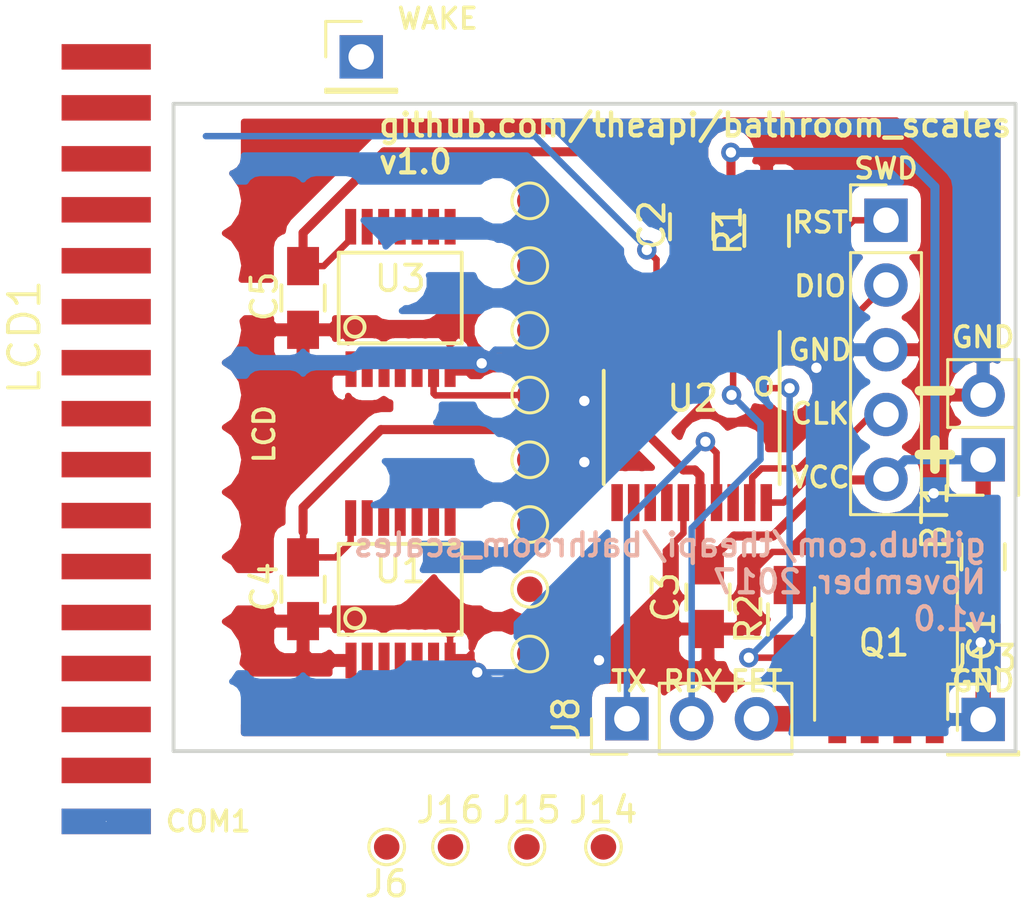
<source format=kicad_pcb>
(kicad_pcb (version 4) (host pcbnew 4.0.6)

  (general
    (links 75)
    (no_connects 32)
    (area 167.564999 116.764999 200.735001 142.315001)
    (thickness 1.6)
    (drawings 23)
    (tracks 205)
    (zones 0)
    (modules 29)
    (nets 41)
  )

  (page A4)
  (layers
    (0 F.Cu signal)
    (31 B.Cu signal)
    (32 B.Adhes user hide)
    (33 F.Adhes user hide)
    (34 B.Paste user hide)
    (35 F.Paste user hide)
    (36 B.SilkS user)
    (37 F.SilkS user)
    (38 B.Mask user)
    (39 F.Mask user)
    (40 Dwgs.User user)
    (41 Cmts.User user)
    (42 Eco1.User user hide)
    (43 Eco2.User user hide)
    (44 Edge.Cuts user)
    (45 Margin user hide)
    (46 B.CrtYd user hide)
    (47 F.CrtYd user hide)
    (48 B.Fab user hide)
    (49 F.Fab user hide)
  )

  (setup
    (last_trace_width 0.254)
    (trace_clearance 0.2)
    (zone_clearance 0.508)
    (zone_45_only no)
    (trace_min 0.1524)
    (segment_width 0.2)
    (edge_width 0.15)
    (via_size 0.762)
    (via_drill 0.4064)
    (via_min_size 0.6858)
    (via_min_drill 0.3302)
    (uvia_size 0.3048)
    (uvia_drill 0.1016)
    (uvias_allowed no)
    (uvia_min_size 0.2)
    (uvia_min_drill 0.1)
    (pcb_text_width 0.3)
    (pcb_text_size 1.5 1.5)
    (mod_edge_width 0.15)
    (mod_text_size 1 1)
    (mod_text_width 0.15)
    (pad_size 1.524 1.524)
    (pad_drill 0.762)
    (pad_to_mask_clearance 0.2)
    (aux_axis_origin 0 0)
    (visible_elements FFFEF77F)
    (pcbplotparams
      (layerselection 0x010f0_80000001)
      (usegerberextensions true)
      (excludeedgelayer true)
      (linewidth 0.100000)
      (plotframeref false)
      (viasonmask false)
      (mode 1)
      (useauxorigin false)
      (hpglpennumber 1)
      (hpglpenspeed 20)
      (hpglpendiameter 15)
      (hpglpenoverlay 2)
      (psnegative false)
      (psa4output false)
      (plotreference true)
      (plotvalue true)
      (plotinvisibletext false)
      (padsonsilk false)
      (subtractmaskfromsilk false)
      (outputformat 1)
      (mirror false)
      (drillshape 0)
      (scaleselection 1)
      (outputdirectory gerber/))
  )

  (net 0 "")
  (net 1 +BATT)
  (net 2 GND)
  (net 3 WAKE)
  (net 4 NRST)
  (net 5 SWDIO)
  (net 6 SWCLK)
  (net 7 IN8)
  (net 8 IN7)
  (net 9 IN6)
  (net 10 COM1)
  (net 11 IN5)
  (net 12 TX)
  (net 13 RADIO_RDY)
  (net 14 /RADIO_GND)
  (net 15 IN4)
  (net 16 IN3)
  (net 17 IN2)
  (net 18 IN1)
  (net 19 "Net-(R1-Pad1)")
  (net 20 RADIO_PWR)
  (net 21 "Net-(Q1-Pad4)")
  (net 22 "Net-(J6-Pad1)")
  (net 23 "Net-(J14-Pad1)")
  (net 24 "Net-(J15-Pad1)")
  (net 25 "Net-(J16-Pad1)")
  (net 26 "Net-(LCD1-Pad1)")
  (net 27 "Net-(LCD1-Pad2)")
  (net 28 "Net-(LCD1-Pad3)")
  (net 29 "Net-(LCD1-Pad4)")
  (net 30 "Net-(LCD1-Pad5)")
  (net 31 "Net-(LCD1-Pad6)")
  (net 32 "Net-(LCD1-Pad7)")
  (net 33 "Net-(LCD1-Pad8)")
  (net 34 "Net-(LCD1-Pad9)")
  (net 35 "Net-(LCD1-Pad10)")
  (net 36 "Net-(LCD1-Pad11)")
  (net 37 "Net-(LCD1-Pad12)")
  (net 38 /COM4)
  (net 39 /COM3)
  (net 40 /COM2)

  (net_class Default "This is the default net class."
    (clearance 0.2)
    (trace_width 0.254)
    (via_dia 0.762)
    (via_drill 0.4064)
    (uvia_dia 0.3048)
    (uvia_drill 0.1016)
    (add_net +BATT)
    (add_net /COM2)
    (add_net /COM3)
    (add_net /COM4)
    (add_net /RADIO_GND)
    (add_net COM1)
    (add_net GND)
    (add_net IN1)
    (add_net IN2)
    (add_net IN3)
    (add_net IN4)
    (add_net IN5)
    (add_net IN6)
    (add_net IN7)
    (add_net IN8)
    (add_net NRST)
    (add_net "Net-(J14-Pad1)")
    (add_net "Net-(J15-Pad1)")
    (add_net "Net-(J16-Pad1)")
    (add_net "Net-(J6-Pad1)")
    (add_net "Net-(LCD1-Pad1)")
    (add_net "Net-(LCD1-Pad10)")
    (add_net "Net-(LCD1-Pad11)")
    (add_net "Net-(LCD1-Pad12)")
    (add_net "Net-(LCD1-Pad2)")
    (add_net "Net-(LCD1-Pad3)")
    (add_net "Net-(LCD1-Pad4)")
    (add_net "Net-(LCD1-Pad5)")
    (add_net "Net-(LCD1-Pad6)")
    (add_net "Net-(LCD1-Pad7)")
    (add_net "Net-(LCD1-Pad8)")
    (add_net "Net-(LCD1-Pad9)")
    (add_net "Net-(Q1-Pad4)")
    (add_net "Net-(R1-Pad1)")
    (add_net RADIO_PWR)
    (add_net RADIO_RDY)
    (add_net SWCLK)
    (add_net SWDIO)
    (add_net TX)
    (add_net WAKE)
  )

  (net_class Wide ""
    (clearance 0.254)
    (trace_width 0.3556)
    (via_dia 0.762)
    (via_drill 0.4064)
    (uvia_dia 0.3048)
    (uvia_drill 0.1016)
  )

  (module SMD_Packages:SSOP-14 placed (layer F.Cu) (tedit 0) (tstamp 5A009501)
    (at 176.53 124.46)
    (path /5A009C2E)
    (solder_mask_margin 0.07)
    (attr smd)
    (fp_text reference U3 (at 0 -0.762) (layer F.SilkS)
      (effects (font (size 1 1) (thickness 0.15)))
    )
    (fp_text value 74LS14 (at 0 0.508) (layer F.Fab)
      (effects (font (size 1 1) (thickness 0.15)))
    )
    (fp_line (start -2.413 -1.778) (end 2.413 -1.778) (layer F.SilkS) (width 0.15))
    (fp_line (start 2.413 -1.778) (end 2.413 1.778) (layer F.SilkS) (width 0.15))
    (fp_line (start 2.413 1.778) (end -2.413 1.778) (layer F.SilkS) (width 0.15))
    (fp_line (start -2.413 1.778) (end -2.413 -1.778) (layer F.SilkS) (width 0.15))
    (fp_circle (center -1.778 1.143) (end -2.159 1.143) (layer F.SilkS) (width 0.15))
    (pad 1 smd rect (at -1.9304 2.794) (size 0.4318 1.397) (layers F.Cu F.Paste F.Mask)
      (net 32 "Net-(LCD1-Pad7)"))
    (pad 2 smd rect (at -1.2954 2.794) (size 0.4318 1.397) (layers F.Cu F.Paste F.Mask)
      (net 9 IN6))
    (pad 3 smd rect (at -0.635 2.794) (size 0.4318 1.397) (layers F.Cu F.Paste F.Mask)
      (net 33 "Net-(LCD1-Pad8)"))
    (pad 4 smd rect (at 0 2.794) (size 0.4318 1.397) (layers F.Cu F.Paste F.Mask)
      (net 11 IN5))
    (pad 5 smd rect (at 0.6604 2.794) (size 0.4318 1.397) (layers F.Cu F.Paste F.Mask)
      (net 34 "Net-(LCD1-Pad9)"))
    (pad 6 smd rect (at 1.3081 2.794) (size 0.4318 1.397) (layers F.Cu F.Paste F.Mask)
      (net 15 IN4))
    (pad 7 smd rect (at 1.9558 2.794) (size 0.4318 1.397) (layers F.Cu F.Paste F.Mask)
      (net 2 GND))
    (pad 8 smd rect (at 1.9558 -2.794) (size 0.4318 1.397) (layers F.Cu F.Paste F.Mask)
      (net 16 IN3))
    (pad 9 smd rect (at 1.3081 -2.794) (size 0.4318 1.397) (layers F.Cu F.Paste F.Mask)
      (net 35 "Net-(LCD1-Pad10)"))
    (pad 10 smd rect (at 0.6604 -2.794) (size 0.4318 1.397) (layers F.Cu F.Paste F.Mask)
      (net 17 IN2))
    (pad 11 smd rect (at 0 -2.794) (size 0.4318 1.397) (layers F.Cu F.Paste F.Mask)
      (net 36 "Net-(LCD1-Pad11)"))
    (pad 12 smd rect (at -0.6477 -2.794) (size 0.4318 1.397) (layers F.Cu F.Paste F.Mask)
      (net 18 IN1))
    (pad 13 smd rect (at -1.2954 -2.794) (size 0.4318 1.397) (layers F.Cu F.Paste F.Mask)
      (net 37 "Net-(LCD1-Pad12)"))
    (pad 14 smd rect (at -1.9431 -2.794) (size 0.4318 1.397) (layers F.Cu F.Paste F.Mask)
      (net 1 +BATT))
    (model SMD_Packages.3dshapes/SSOP-14.wrl
      (at (xyz 0 0 0))
      (scale (xyz 0.25 0.35 0.25))
      (rotate (xyz 0 0 0))
    )
  )

  (module Resistors_SMD:R_0805_HandSoldering placed (layer F.Cu) (tedit 58307B90) (tstamp 5A0094C5)
    (at 191.825 137.075 270)
    (descr "Resistor SMD 0805, hand soldering")
    (tags "resistor 0805")
    (path /5A008A95)
    (attr smd)
    (fp_text reference R2 (at -0.025 1.625 270) (layer F.SilkS)
      (effects (font (size 1 1) (thickness 0.15)))
    )
    (fp_text value 220R (at 0 2.1 270) (layer F.Fab)
      (effects (font (size 1 1) (thickness 0.15)))
    )
    (fp_line (start -1 0.625) (end -1 -0.625) (layer F.Fab) (width 0.1))
    (fp_line (start 1 0.625) (end -1 0.625) (layer F.Fab) (width 0.1))
    (fp_line (start 1 -0.625) (end 1 0.625) (layer F.Fab) (width 0.1))
    (fp_line (start -1 -0.625) (end 1 -0.625) (layer F.Fab) (width 0.1))
    (fp_line (start -2.4 -1) (end 2.4 -1) (layer F.CrtYd) (width 0.05))
    (fp_line (start -2.4 1) (end 2.4 1) (layer F.CrtYd) (width 0.05))
    (fp_line (start -2.4 -1) (end -2.4 1) (layer F.CrtYd) (width 0.05))
    (fp_line (start 2.4 -1) (end 2.4 1) (layer F.CrtYd) (width 0.05))
    (fp_line (start 0.6 0.875) (end -0.6 0.875) (layer F.SilkS) (width 0.15))
    (fp_line (start -0.6 -0.875) (end 0.6 -0.875) (layer F.SilkS) (width 0.15))
    (pad 1 smd rect (at -1.35 0 270) (size 1.5 1.3) (layers F.Cu F.Paste F.Mask)
      (net 21 "Net-(Q1-Pad4)"))
    (pad 2 smd rect (at 1.35 0 270) (size 1.5 1.3) (layers F.Cu F.Paste F.Mask)
      (net 20 RADIO_PWR))
    (model Resistors_SMD.3dshapes/R_0805_HandSoldering.wrl
      (at (xyz 0 0 0))
      (scale (xyz 1 1 1))
      (rotate (xyz 0 0 0))
    )
  )

  (module Housings_SSOP:TSSOP-20_4.4x6.5mm_Pitch0.65mm placed (layer F.Cu) (tedit 54130A77) (tstamp 5A0094EF)
    (at 187.96 129.54 270)
    (descr "20-Lead Plastic Thin Shrink Small Outline (ST)-4.4 mm Body [TSSOP] (see Microchip Packaging Specification 00000049BS.pdf)")
    (tags "SSOP 0.65")
    (path /5A005D3F)
    (solder_mask_margin 0.07)
    (attr smd)
    (fp_text reference U2 (at -1.14 -0.04 360) (layer F.SilkS)
      (effects (font (size 1 1) (thickness 0.15)))
    )
    (fp_text value STM32L031F4Px (at 0 4.3 270) (layer F.Fab)
      (effects (font (size 1 1) (thickness 0.15)))
    )
    (fp_line (start -1.2 -3.25) (end 2.2 -3.25) (layer F.Fab) (width 0.15))
    (fp_line (start 2.2 -3.25) (end 2.2 3.25) (layer F.Fab) (width 0.15))
    (fp_line (start 2.2 3.25) (end -2.2 3.25) (layer F.Fab) (width 0.15))
    (fp_line (start -2.2 3.25) (end -2.2 -2.25) (layer F.Fab) (width 0.15))
    (fp_line (start -2.2 -2.25) (end -1.2 -3.25) (layer F.Fab) (width 0.15))
    (fp_line (start -3.95 -3.55) (end -3.95 3.55) (layer F.CrtYd) (width 0.05))
    (fp_line (start 3.95 -3.55) (end 3.95 3.55) (layer F.CrtYd) (width 0.05))
    (fp_line (start -3.95 -3.55) (end 3.95 -3.55) (layer F.CrtYd) (width 0.05))
    (fp_line (start -3.95 3.55) (end 3.95 3.55) (layer F.CrtYd) (width 0.05))
    (fp_line (start -2.225 3.45) (end 2.225 3.45) (layer F.SilkS) (width 0.15))
    (fp_line (start -3.75 -3.45) (end 2.225 -3.45) (layer F.SilkS) (width 0.15))
    (pad 1 smd rect (at -2.95 -2.925 270) (size 1.45 0.45) (layers F.Cu F.Paste F.Mask)
      (net 19 "Net-(R1-Pad1)"))
    (pad 2 smd rect (at -2.95 -2.275 270) (size 1.45 0.45) (layers F.Cu F.Paste F.Mask)
      (net 20 RADIO_PWR))
    (pad 3 smd rect (at -2.95 -1.625 270) (size 1.45 0.45) (layers F.Cu F.Paste F.Mask)
      (net 13 RADIO_RDY))
    (pad 4 smd rect (at -2.95 -0.975 270) (size 1.45 0.45) (layers F.Cu F.Paste F.Mask)
      (net 4 NRST))
    (pad 5 smd rect (at -2.95 -0.325 270) (size 1.45 0.45) (layers F.Cu F.Paste F.Mask)
      (net 1 +BATT))
    (pad 6 smd rect (at -2.95 0.325 270) (size 1.45 0.45) (layers F.Cu F.Paste F.Mask)
      (net 3 WAKE))
    (pad 7 smd rect (at -2.95 0.975 270) (size 1.45 0.45) (layers F.Cu F.Paste F.Mask)
      (net 18 IN1))
    (pad 8 smd rect (at -2.95 1.625 270) (size 1.45 0.45) (layers F.Cu F.Paste F.Mask)
      (net 17 IN2))
    (pad 9 smd rect (at -2.95 2.275 270) (size 1.45 0.45) (layers F.Cu F.Paste F.Mask)
      (net 16 IN3))
    (pad 10 smd rect (at -2.95 2.925 270) (size 1.45 0.45) (layers F.Cu F.Paste F.Mask)
      (net 15 IN4))
    (pad 11 smd rect (at 2.95 2.925 270) (size 1.45 0.45) (layers F.Cu F.Paste F.Mask)
      (net 11 IN5))
    (pad 12 smd rect (at 2.95 2.275 270) (size 1.45 0.45) (layers F.Cu F.Paste F.Mask)
      (net 9 IN6))
    (pad 13 smd rect (at 2.95 1.625 270) (size 1.45 0.45) (layers F.Cu F.Paste F.Mask)
      (net 8 IN7))
    (pad 14 smd rect (at 2.95 0.975 270) (size 1.45 0.45) (layers F.Cu F.Paste F.Mask)
      (net 10 COM1))
    (pad 15 smd rect (at 2.95 0.325 270) (size 1.45 0.45) (layers F.Cu F.Paste F.Mask)
      (net 2 GND))
    (pad 16 smd rect (at 2.95 -0.325 270) (size 1.45 0.45) (layers F.Cu F.Paste F.Mask)
      (net 1 +BATT))
    (pad 17 smd rect (at 2.95 -0.975 270) (size 1.45 0.45) (layers F.Cu F.Paste F.Mask)
      (net 12 TX))
    (pad 18 smd rect (at 2.95 -1.625 270) (size 1.45 0.45) (layers F.Cu F.Paste F.Mask)
      (net 7 IN8))
    (pad 19 smd rect (at 2.95 -2.275 270) (size 1.45 0.45) (layers F.Cu F.Paste F.Mask)
      (net 5 SWDIO))
    (pad 20 smd rect (at 2.95 -2.925 270) (size 1.45 0.45) (layers F.Cu F.Paste F.Mask)
      (net 6 SWCLK))
    (model Housings_SSOP.3dshapes/TSSOP-20_4.4x6.5mm_Pitch0.65mm.wrl
      (at (xyz 0 0 0))
      (scale (xyz 1 1 1))
      (rotate (xyz 0 0 0))
    )
  )

  (module Pin_Headers:Pin_Header_Straight_2x01_Pitch2.54mm placed (layer F.Cu) (tedit 5862ED53) (tstamp 5A009456)
    (at 199.39 130.81 90)
    (descr "Through hole straight pin header, 2x01, 2.54mm pitch, double rows")
    (tags "Through hole pin header THT 2x01 2.54mm double row")
    (path /5A007999)
    (fp_text reference BT1 (at -2.19 -1.89 90) (layer F.SilkS)
      (effects (font (size 1 1) (thickness 0.15)))
    )
    (fp_text value Battery_Cell (at 1.27 2.39 90) (layer F.Fab)
      (effects (font (size 1 1) (thickness 0.15)))
    )
    (fp_line (start -1.27 -1.27) (end -1.27 1.27) (layer F.Fab) (width 0.1))
    (fp_line (start -1.27 1.27) (end 3.81 1.27) (layer F.Fab) (width 0.1))
    (fp_line (start 3.81 1.27) (end 3.81 -1.27) (layer F.Fab) (width 0.1))
    (fp_line (start 3.81 -1.27) (end -1.27 -1.27) (layer F.Fab) (width 0.1))
    (fp_line (start -1.39 1.27) (end -1.39 1.39) (layer F.SilkS) (width 0.12))
    (fp_line (start -1.39 1.39) (end 3.93 1.39) (layer F.SilkS) (width 0.12))
    (fp_line (start 3.93 1.39) (end 3.93 -1.39) (layer F.SilkS) (width 0.12))
    (fp_line (start 3.93 -1.39) (end 1.27 -1.39) (layer F.SilkS) (width 0.12))
    (fp_line (start 1.27 -1.39) (end 1.27 1.27) (layer F.SilkS) (width 0.12))
    (fp_line (start 1.27 1.27) (end -1.39 1.27) (layer F.SilkS) (width 0.12))
    (fp_line (start -1.39 0) (end -1.39 -1.39) (layer F.SilkS) (width 0.12))
    (fp_line (start -1.39 -1.39) (end 0 -1.39) (layer F.SilkS) (width 0.12))
    (fp_line (start -1.6 -1.6) (end -1.6 1.6) (layer F.CrtYd) (width 0.05))
    (fp_line (start -1.6 1.6) (end 4.1 1.6) (layer F.CrtYd) (width 0.05))
    (fp_line (start 4.1 1.6) (end 4.1 -1.6) (layer F.CrtYd) (width 0.05))
    (fp_line (start 4.1 -1.6) (end -1.6 -1.6) (layer F.CrtYd) (width 0.05))
    (pad 1 thru_hole rect (at 0 0 90) (size 1.7 1.7) (drill 1) (layers *.Cu *.Mask)
      (net 1 +BATT))
    (pad 2 thru_hole oval (at 2.54 0 90) (size 1.7 1.7) (drill 1) (layers *.Cu *.Mask)
      (net 2 GND))
    (model Pin_Headers.3dshapes/Pin_Header_Straight_2x01_Pitch2.54mm.wrl
      (at (xyz 0.05 0 0))
      (scale (xyz 1 1 1))
      (rotate (xyz 0 0 90))
    )
  )

  (module Capacitors_SMD:C_0805_HandSoldering placed (layer F.Cu) (tedit 541A9B8D) (tstamp 5A00945C)
    (at 199.39 134.62 270)
    (descr "Capacitor SMD 0805, hand soldering")
    (tags "capacitor 0805")
    (path /5A007F7E)
    (attr smd)
    (fp_text reference C1 (at 3.13 0.065 270) (layer F.SilkS)
      (effects (font (size 1 1) (thickness 0.15)))
    )
    (fp_text value 10UF (at 0 2.1 270) (layer F.Fab)
      (effects (font (size 1 1) (thickness 0.15)))
    )
    (fp_line (start -1 0.625) (end -1 -0.625) (layer F.Fab) (width 0.15))
    (fp_line (start 1 0.625) (end -1 0.625) (layer F.Fab) (width 0.15))
    (fp_line (start 1 -0.625) (end 1 0.625) (layer F.Fab) (width 0.15))
    (fp_line (start -1 -0.625) (end 1 -0.625) (layer F.Fab) (width 0.15))
    (fp_line (start -2.3 -1) (end 2.3 -1) (layer F.CrtYd) (width 0.05))
    (fp_line (start -2.3 1) (end 2.3 1) (layer F.CrtYd) (width 0.05))
    (fp_line (start -2.3 -1) (end -2.3 1) (layer F.CrtYd) (width 0.05))
    (fp_line (start 2.3 -1) (end 2.3 1) (layer F.CrtYd) (width 0.05))
    (fp_line (start 0.5 -0.85) (end -0.5 -0.85) (layer F.SilkS) (width 0.15))
    (fp_line (start -0.5 0.85) (end 0.5 0.85) (layer F.SilkS) (width 0.15))
    (pad 1 smd rect (at -1.25 0 270) (size 1.5 1.25) (layers F.Cu F.Paste F.Mask)
      (net 1 +BATT))
    (pad 2 smd rect (at 1.25 0 270) (size 1.5 1.25) (layers F.Cu F.Paste F.Mask)
      (net 2 GND))
    (model Capacitors_SMD.3dshapes/C_0805_HandSoldering.wrl
      (at (xyz 0 0 0))
      (scale (xyz 1 1 1))
      (rotate (xyz 0 0 0))
    )
  )

  (module Capacitors_SMD:C_0805_HandSoldering placed (layer F.Cu) (tedit 541A9B8D) (tstamp 5A009462)
    (at 187.96 121.666 90)
    (descr "Capacitor SMD 0805, hand soldering")
    (tags "capacitor 0805")
    (path /5A007B1C)
    (attr smd)
    (fp_text reference C2 (at 0.066 -1.56 90) (layer F.SilkS)
      (effects (font (size 1 1) (thickness 0.15)))
    )
    (fp_text value 0.1UF (at 0 2.1 90) (layer F.Fab)
      (effects (font (size 1 1) (thickness 0.15)))
    )
    (fp_line (start -1 0.625) (end -1 -0.625) (layer F.Fab) (width 0.15))
    (fp_line (start 1 0.625) (end -1 0.625) (layer F.Fab) (width 0.15))
    (fp_line (start 1 -0.625) (end 1 0.625) (layer F.Fab) (width 0.15))
    (fp_line (start -1 -0.625) (end 1 -0.625) (layer F.Fab) (width 0.15))
    (fp_line (start -2.3 -1) (end 2.3 -1) (layer F.CrtYd) (width 0.05))
    (fp_line (start -2.3 1) (end 2.3 1) (layer F.CrtYd) (width 0.05))
    (fp_line (start -2.3 -1) (end -2.3 1) (layer F.CrtYd) (width 0.05))
    (fp_line (start 2.3 -1) (end 2.3 1) (layer F.CrtYd) (width 0.05))
    (fp_line (start 0.5 -0.85) (end -0.5 -0.85) (layer F.SilkS) (width 0.15))
    (fp_line (start -0.5 0.85) (end 0.5 0.85) (layer F.SilkS) (width 0.15))
    (pad 1 smd rect (at -1.25 0 90) (size 1.5 1.25) (layers F.Cu F.Paste F.Mask)
      (net 1 +BATT))
    (pad 2 smd rect (at 1.25 0 90) (size 1.5 1.25) (layers F.Cu F.Paste F.Mask)
      (net 2 GND))
    (model Capacitors_SMD.3dshapes/C_0805_HandSoldering.wrl
      (at (xyz 0 0 0))
      (scale (xyz 1 1 1))
      (rotate (xyz 0 0 0))
    )
  )

  (module Capacitors_SMD:C_0805_HandSoldering placed (layer F.Cu) (tedit 541A9B8D) (tstamp 5A009468)
    (at 188.6 136.2 90)
    (descr "Capacitor SMD 0805, hand soldering")
    (tags "capacitor 0805")
    (path /5A007BE9)
    (attr smd)
    (fp_text reference C3 (at 0 -1.668 90) (layer F.SilkS)
      (effects (font (size 1 1) (thickness 0.15)))
    )
    (fp_text value 0.1UF (at 0 2.1 90) (layer F.Fab)
      (effects (font (size 1 1) (thickness 0.15)))
    )
    (fp_line (start -1 0.625) (end -1 -0.625) (layer F.Fab) (width 0.15))
    (fp_line (start 1 0.625) (end -1 0.625) (layer F.Fab) (width 0.15))
    (fp_line (start 1 -0.625) (end 1 0.625) (layer F.Fab) (width 0.15))
    (fp_line (start -1 -0.625) (end 1 -0.625) (layer F.Fab) (width 0.15))
    (fp_line (start -2.3 -1) (end 2.3 -1) (layer F.CrtYd) (width 0.05))
    (fp_line (start -2.3 1) (end 2.3 1) (layer F.CrtYd) (width 0.05))
    (fp_line (start -2.3 -1) (end -2.3 1) (layer F.CrtYd) (width 0.05))
    (fp_line (start 2.3 -1) (end 2.3 1) (layer F.CrtYd) (width 0.05))
    (fp_line (start 0.5 -0.85) (end -0.5 -0.85) (layer F.SilkS) (width 0.15))
    (fp_line (start -0.5 0.85) (end 0.5 0.85) (layer F.SilkS) (width 0.15))
    (pad 1 smd rect (at -1.25 0 90) (size 1.5 1.25) (layers F.Cu F.Paste F.Mask)
      (net 2 GND))
    (pad 2 smd rect (at 1.25 0 90) (size 1.5 1.25) (layers F.Cu F.Paste F.Mask)
      (net 1 +BATT))
    (model Capacitors_SMD.3dshapes/C_0805_HandSoldering.wrl
      (at (xyz 0 0 0))
      (scale (xyz 1 1 1))
      (rotate (xyz 0 0 0))
    )
  )

  (module Pin_Headers:Pin_Header_Straight_1x01_Pitch2.54mm placed (layer F.Cu) (tedit 5A01BA86) (tstamp 5A00946D)
    (at 175 115)
    (descr "Through hole straight pin header, 1x01, 2.54mm pitch, single row")
    (tags "Through hole pin header THT 1x01 2.54mm single row")
    (path /5A009049)
    (fp_text reference J1 (at 3.49 0.04) (layer F.Fab)
      (effects (font (size 1 1) (thickness 0.15)))
    )
    (fp_text value WAKE (at 0 2.39) (layer F.Fab)
      (effects (font (size 1 1) (thickness 0.15)))
    )
    (fp_line (start -1.27 -1.27) (end -1.27 1.27) (layer F.Fab) (width 0.1))
    (fp_line (start -1.27 1.27) (end 1.27 1.27) (layer F.Fab) (width 0.1))
    (fp_line (start 1.27 1.27) (end 1.27 -1.27) (layer F.Fab) (width 0.1))
    (fp_line (start 1.27 -1.27) (end -1.27 -1.27) (layer F.Fab) (width 0.1))
    (fp_line (start -1.39 1.27) (end -1.39 1.39) (layer F.SilkS) (width 0.12))
    (fp_line (start -1.39 1.39) (end 1.39 1.39) (layer F.SilkS) (width 0.12))
    (fp_line (start 1.39 1.39) (end 1.39 1.27) (layer F.SilkS) (width 0.12))
    (fp_line (start 1.39 1.27) (end -1.39 1.27) (layer F.SilkS) (width 0.12))
    (fp_line (start -1.39 0) (end -1.39 -1.39) (layer F.SilkS) (width 0.12))
    (fp_line (start -1.39 -1.39) (end 0 -1.39) (layer F.SilkS) (width 0.12))
    (fp_line (start -1.6 -1.6) (end -1.6 1.6) (layer F.CrtYd) (width 0.05))
    (fp_line (start -1.6 1.6) (end 1.6 1.6) (layer F.CrtYd) (width 0.05))
    (fp_line (start 1.6 1.6) (end 1.6 -1.6) (layer F.CrtYd) (width 0.05))
    (fp_line (start 1.6 -1.6) (end -1.6 -1.6) (layer F.CrtYd) (width 0.05))
    (pad 1 thru_hole rect (at 0 0) (size 1.7 1.7) (drill 1) (layers *.Cu *.Mask)
      (net 3 WAKE))
    (model Pin_Headers.3dshapes/Pin_Header_Straight_1x01_Pitch2.54mm.wrl
      (at (xyz 0 0 0))
      (scale (xyz 1 1 1))
      (rotate (xyz 0 0 90))
    )
  )

  (module Pin_Headers:Pin_Header_Straight_1x05_Pitch2.54mm placed (layer F.Cu) (tedit 5A01BA7F) (tstamp 5A009476)
    (at 195.58 121.412)
    (descr "Through hole straight pin header, 1x05, 2.54mm pitch, single row")
    (tags "Through hole pin header THT 1x05 2.54mm single row")
    (path /5A006B46)
    (fp_text reference J2 (at 0 -2.39) (layer F.Fab)
      (effects (font (size 1 1) (thickness 0.15)))
    )
    (fp_text value SWD (at 0 12.55) (layer F.Fab)
      (effects (font (size 1 1) (thickness 0.15)))
    )
    (fp_line (start -1.27 -1.27) (end -1.27 11.43) (layer F.Fab) (width 0.1))
    (fp_line (start -1.27 11.43) (end 1.27 11.43) (layer F.Fab) (width 0.1))
    (fp_line (start 1.27 11.43) (end 1.27 -1.27) (layer F.Fab) (width 0.1))
    (fp_line (start 1.27 -1.27) (end -1.27 -1.27) (layer F.Fab) (width 0.1))
    (fp_line (start -1.39 1.27) (end -1.39 11.55) (layer F.SilkS) (width 0.12))
    (fp_line (start -1.39 11.55) (end 1.39 11.55) (layer F.SilkS) (width 0.12))
    (fp_line (start 1.39 11.55) (end 1.39 1.27) (layer F.SilkS) (width 0.12))
    (fp_line (start 1.39 1.27) (end -1.39 1.27) (layer F.SilkS) (width 0.12))
    (fp_line (start -1.39 0) (end -1.39 -1.39) (layer F.SilkS) (width 0.12))
    (fp_line (start -1.39 -1.39) (end 0 -1.39) (layer F.SilkS) (width 0.12))
    (fp_line (start -1.6 -1.6) (end -1.6 11.7) (layer F.CrtYd) (width 0.05))
    (fp_line (start -1.6 11.7) (end 1.6 11.7) (layer F.CrtYd) (width 0.05))
    (fp_line (start 1.6 11.7) (end 1.6 -1.6) (layer F.CrtYd) (width 0.05))
    (fp_line (start 1.6 -1.6) (end -1.6 -1.6) (layer F.CrtYd) (width 0.05))
    (pad 1 thru_hole rect (at 0 0) (size 1.7 1.7) (drill 1) (layers *.Cu *.Mask)
      (net 4 NRST))
    (pad 2 thru_hole oval (at 0 2.54) (size 1.7 1.7) (drill 1) (layers *.Cu *.Mask)
      (net 5 SWDIO))
    (pad 3 thru_hole oval (at 0 5.08) (size 1.7 1.7) (drill 1) (layers *.Cu *.Mask)
      (net 2 GND))
    (pad 4 thru_hole oval (at 0 7.62) (size 1.7 1.7) (drill 1) (layers *.Cu *.Mask)
      (net 6 SWCLK))
    (pad 5 thru_hole oval (at 0 10.16) (size 1.7 1.7) (drill 1) (layers *.Cu *.Mask)
      (net 1 +BATT))
    (model Pin_Headers.3dshapes/Pin_Header_Straight_1x05_Pitch2.54mm.wrl
      (at (xyz 0 -0.2 0))
      (scale (xyz 1 1 1))
      (rotate (xyz 0 0 90))
    )
  )

  (module Connectors_TestPoints:Test_Point_Pad_d1.0mm placed (layer F.Cu) (tedit 5A01B612) (tstamp 5A00947B)
    (at 181.61 138.43)
    (descr "SMD pad as test Point, diameter 1.0mm")
    (tags "test point SMD pad")
    (path /5A00C3BD)
    (attr virtual)
    (fp_text reference J3 (at 0 -1.448) (layer F.Fab)
      (effects (font (size 1 1) (thickness 0.15)))
    )
    (fp_text value TEST_1P (at 0 1.55) (layer F.Fab)
      (effects (font (size 1 1) (thickness 0.15)))
    )
    (fp_text user %R (at 0 -1.45) (layer F.Fab)
      (effects (font (size 1 1) (thickness 0.15)))
    )
    (fp_circle (center 0 0) (end 1 0) (layer F.CrtYd) (width 0.05))
    (fp_circle (center 0 0) (end 0 0.7) (layer F.SilkS) (width 0.12))
    (pad 1 smd circle (at 0 0) (size 1 1) (layers F.Cu F.Mask)
      (net 7 IN8))
  )

  (module Connectors_TestPoints:Test_Point_Pad_d1.0mm placed (layer F.Cu) (tedit 5A01B609) (tstamp 5A009480)
    (at 181.61 135.89)
    (descr "SMD pad as test Point, diameter 1.0mm")
    (tags "test point SMD pad")
    (path /5A00C5C2)
    (attr virtual)
    (fp_text reference J4 (at 0 -1.448) (layer F.Fab)
      (effects (font (size 1 1) (thickness 0.15)))
    )
    (fp_text value TEST_1P (at 0 1.55) (layer F.Fab)
      (effects (font (size 1 1) (thickness 0.15)))
    )
    (fp_text user %R (at 0 -1.45) (layer F.Fab)
      (effects (font (size 1 1) (thickness 0.15)))
    )
    (fp_circle (center 0 0) (end 1 0) (layer F.CrtYd) (width 0.05))
    (fp_circle (center 0 0) (end 0 0.7) (layer F.SilkS) (width 0.12))
    (pad 1 smd circle (at 0 0) (size 1 1) (layers F.Cu F.Mask)
      (net 8 IN7))
  )

  (module Connectors_TestPoints:Test_Point_Pad_d1.0mm placed (layer F.Cu) (tedit 5A01B5F9) (tstamp 5A009485)
    (at 181.61 133.35)
    (descr "SMD pad as test Point, diameter 1.0mm")
    (tags "test point SMD pad")
    (path /5A00C62C)
    (attr virtual)
    (fp_text reference J5 (at 0 -1.448) (layer F.Fab)
      (effects (font (size 1 1) (thickness 0.15)))
    )
    (fp_text value TEST_1P (at 0 1.55) (layer F.Fab)
      (effects (font (size 1 1) (thickness 0.15)))
    )
    (fp_text user %R (at 0 -1.45) (layer F.Fab)
      (effects (font (size 1 1) (thickness 0.15)))
    )
    (fp_circle (center 0 0) (end 1 0) (layer F.CrtYd) (width 0.05))
    (fp_circle (center 0 0) (end 0 0.7) (layer F.SilkS) (width 0.12))
    (pad 1 smd circle (at 0 0) (size 1 1) (layers F.Cu F.Mask)
      (net 9 IN6))
  )

  (module Connectors_TestPoints:Test_Point_Pad_d1.0mm placed (layer F.Cu) (tedit 5A01B5EE) (tstamp 5A009497)
    (at 181.61 130.81)
    (descr "SMD pad as test Point, diameter 1.0mm")
    (tags "test point SMD pad")
    (path /5A00C69B)
    (attr virtual)
    (fp_text reference J7 (at 0 -1.448) (layer F.Fab)
      (effects (font (size 1 1) (thickness 0.15)))
    )
    (fp_text value TEST_1P (at 0 1.55) (layer F.Fab)
      (effects (font (size 1 1) (thickness 0.15)))
    )
    (fp_text user %R (at 0 -1.45) (layer F.Fab)
      (effects (font (size 1 1) (thickness 0.15)))
    )
    (fp_circle (center 0 0) (end 1 0) (layer F.CrtYd) (width 0.05))
    (fp_circle (center 0 0) (end 0 0.7) (layer F.SilkS) (width 0.12))
    (pad 1 smd circle (at 0 0) (size 1 1) (layers F.Cu F.Mask)
      (net 11 IN5))
  )

  (module Connectors_TestPoints:Test_Point_Pad_d1.0mm placed (layer F.Cu) (tedit 5A01B5C5) (tstamp 5A0094A3)
    (at 181.61 128.27)
    (descr "SMD pad as test Point, diameter 1.0mm")
    (tags "test point SMD pad")
    (path /5A00CA23)
    (attr virtual)
    (fp_text reference J9 (at 0 -1.448) (layer F.Fab)
      (effects (font (size 1 1) (thickness 0.15)))
    )
    (fp_text value TEST_1P (at 0 1.55) (layer F.Fab)
      (effects (font (size 1 1) (thickness 0.15)))
    )
    (fp_text user %R (at 0 -1.45) (layer F.Fab)
      (effects (font (size 1 1) (thickness 0.15)))
    )
    (fp_circle (center 0 0) (end 1 0) (layer F.CrtYd) (width 0.05))
    (fp_circle (center 0 0) (end 0 0.7) (layer F.SilkS) (width 0.12))
    (pad 1 smd circle (at 0 0) (size 1 1) (layers F.Cu F.Mask)
      (net 15 IN4))
  )

  (module Connectors_TestPoints:Test_Point_Pad_d1.0mm placed (layer F.Cu) (tedit 5A01B5BE) (tstamp 5A0094A8)
    (at 181.61 125.73)
    (descr "SMD pad as test Point, diameter 1.0mm")
    (tags "test point SMD pad")
    (path /5A00CAF9)
    (attr virtual)
    (fp_text reference J10 (at 0 -1.448) (layer F.Fab)
      (effects (font (size 1 1) (thickness 0.15)))
    )
    (fp_text value TEST_1P (at 0 1.55) (layer F.Fab)
      (effects (font (size 1 1) (thickness 0.15)))
    )
    (fp_text user %R (at 0 -1.45) (layer F.Fab)
      (effects (font (size 1 1) (thickness 0.15)))
    )
    (fp_circle (center 0 0) (end 1 0) (layer F.CrtYd) (width 0.05))
    (fp_circle (center 0 0) (end 0 0.7) (layer F.SilkS) (width 0.12))
    (pad 1 smd circle (at 0 0) (size 1 1) (layers F.Cu F.Mask)
      (net 16 IN3))
  )

  (module Connectors_TestPoints:Test_Point_Pad_d1.0mm placed (layer F.Cu) (tedit 5A01B5B7) (tstamp 5A0094AD)
    (at 181.61 123.19)
    (descr "SMD pad as test Point, diameter 1.0mm")
    (tags "test point SMD pad")
    (path /5A00CBC6)
    (attr virtual)
    (fp_text reference J11 (at 0 -1.448) (layer F.Fab)
      (effects (font (size 1 1) (thickness 0.15)))
    )
    (fp_text value TEST_1P (at 0 1.55) (layer F.Fab)
      (effects (font (size 1 1) (thickness 0.15)))
    )
    (fp_text user %R (at 0 -1.45) (layer F.Fab)
      (effects (font (size 1 1) (thickness 0.15)))
    )
    (fp_circle (center 0 0) (end 1 0) (layer F.CrtYd) (width 0.05))
    (fp_circle (center 0 0) (end 0 0.7) (layer F.SilkS) (width 0.12))
    (pad 1 smd circle (at 0 0) (size 1 1) (layers F.Cu F.Mask)
      (net 17 IN2))
  )

  (module Connectors_TestPoints:Test_Point_Pad_d1.0mm placed (layer F.Cu) (tedit 5A01B5A3) (tstamp 5A0094B2)
    (at 181.61 120.65)
    (descr "SMD pad as test Point, diameter 1.0mm")
    (tags "test point SMD pad")
    (path /5A00CC3C)
    (attr virtual)
    (fp_text reference J12 (at 0 -1.448) (layer F.Fab)
      (effects (font (size 1 1) (thickness 0.15)))
    )
    (fp_text value TEST_1P (at 0 1.55) (layer F.Fab)
      (effects (font (size 1 1) (thickness 0.15)))
    )
    (fp_text user %R (at 0 -1.45) (layer F.Fab)
      (effects (font (size 1 1) (thickness 0.15)))
    )
    (fp_circle (center 0 0) (end 1 0) (layer F.CrtYd) (width 0.05))
    (fp_circle (center 0 0) (end 0 0.7) (layer F.SilkS) (width 0.12))
    (pad 1 smd circle (at 0 0) (size 1 1) (layers F.Cu F.Mask)
      (net 18 IN1))
  )

  (module Resistors_SMD:R_0805_HandSoldering placed (layer F.Cu) (tedit 58307B90) (tstamp 5A0094BF)
    (at 190.9 121.825 90)
    (descr "Resistor SMD 0805, hand soldering")
    (tags "resistor 0805")
    (path /5A006DCF)
    (attr smd)
    (fp_text reference R1 (at 0.025 -1.5 90) (layer F.SilkS)
      (effects (font (size 1 1) (thickness 0.15)))
    )
    (fp_text value 10K (at 0 2.1 90) (layer F.Fab)
      (effects (font (size 1 1) (thickness 0.15)))
    )
    (fp_line (start -1 0.625) (end -1 -0.625) (layer F.Fab) (width 0.1))
    (fp_line (start 1 0.625) (end -1 0.625) (layer F.Fab) (width 0.1))
    (fp_line (start 1 -0.625) (end 1 0.625) (layer F.Fab) (width 0.1))
    (fp_line (start -1 -0.625) (end 1 -0.625) (layer F.Fab) (width 0.1))
    (fp_line (start -2.4 -1) (end 2.4 -1) (layer F.CrtYd) (width 0.05))
    (fp_line (start -2.4 1) (end 2.4 1) (layer F.CrtYd) (width 0.05))
    (fp_line (start -2.4 -1) (end -2.4 1) (layer F.CrtYd) (width 0.05))
    (fp_line (start 2.4 -1) (end 2.4 1) (layer F.CrtYd) (width 0.05))
    (fp_line (start 0.6 0.875) (end -0.6 0.875) (layer F.SilkS) (width 0.15))
    (fp_line (start -0.6 -0.875) (end 0.6 -0.875) (layer F.SilkS) (width 0.15))
    (pad 1 smd rect (at -1.35 0 90) (size 1.5 1.3) (layers F.Cu F.Paste F.Mask)
      (net 19 "Net-(R1-Pad1)"))
    (pad 2 smd rect (at 1.35 0 90) (size 1.5 1.3) (layers F.Cu F.Paste F.Mask)
      (net 2 GND))
    (model Resistors_SMD.3dshapes/R_0805_HandSoldering.wrl
      (at (xyz 0 0 0))
      (scale (xyz 1 1 1))
      (rotate (xyz 0 0 0))
    )
  )

  (module SMD_Packages:SSOP-14 placed (layer F.Cu) (tedit 0) (tstamp 5A0094D7)
    (at 176.53 135.89)
    (path /5A00A342)
    (solder_mask_margin 0.07)
    (attr smd)
    (fp_text reference U1 (at 0 -0.762) (layer F.SilkS)
      (effects (font (size 1 1) (thickness 0.15)))
    )
    (fp_text value 74LS14 (at 0 0.508) (layer F.Fab)
      (effects (font (size 1 1) (thickness 0.15)))
    )
    (fp_line (start -2.413 -1.778) (end 2.413 -1.778) (layer F.SilkS) (width 0.15))
    (fp_line (start 2.413 -1.778) (end 2.413 1.778) (layer F.SilkS) (width 0.15))
    (fp_line (start 2.413 1.778) (end -2.413 1.778) (layer F.SilkS) (width 0.15))
    (fp_line (start -2.413 1.778) (end -2.413 -1.778) (layer F.SilkS) (width 0.15))
    (fp_circle (center -1.778 1.143) (end -2.159 1.143) (layer F.SilkS) (width 0.15))
    (pad 1 smd rect (at -1.9304 2.794) (size 0.4318 1.397) (layers F.Cu F.Paste F.Mask)
      (net 26 "Net-(LCD1-Pad1)"))
    (pad 2 smd rect (at -1.2954 2.794) (size 0.4318 1.397) (layers F.Cu F.Paste F.Mask)
      (net 25 "Net-(J16-Pad1)"))
    (pad 3 smd rect (at -0.635 2.794) (size 0.4318 1.397) (layers F.Cu F.Paste F.Mask)
      (net 27 "Net-(LCD1-Pad2)"))
    (pad 4 smd rect (at 0 2.794) (size 0.4318 1.397) (layers F.Cu F.Paste F.Mask)
      (net 24 "Net-(J15-Pad1)"))
    (pad 5 smd rect (at 0.6604 2.794) (size 0.4318 1.397) (layers F.Cu F.Paste F.Mask)
      (net 28 "Net-(LCD1-Pad3)"))
    (pad 6 smd rect (at 1.3081 2.794) (size 0.4318 1.397) (layers F.Cu F.Paste F.Mask)
      (net 23 "Net-(J14-Pad1)"))
    (pad 7 smd rect (at 1.9558 2.794) (size 0.4318 1.397) (layers F.Cu F.Paste F.Mask)
      (net 2 GND))
    (pad 8 smd rect (at 1.9558 -2.794) (size 0.4318 1.397) (layers F.Cu F.Paste F.Mask)
      (net 22 "Net-(J6-Pad1)"))
    (pad 9 smd rect (at 1.3081 -2.794) (size 0.4318 1.397) (layers F.Cu F.Paste F.Mask)
      (net 29 "Net-(LCD1-Pad4)"))
    (pad 10 smd rect (at 0.6604 -2.794) (size 0.4318 1.397) (layers F.Cu F.Paste F.Mask)
      (net 7 IN8))
    (pad 11 smd rect (at 0 -2.794) (size 0.4318 1.397) (layers F.Cu F.Paste F.Mask)
      (net 30 "Net-(LCD1-Pad5)"))
    (pad 12 smd rect (at -0.6477 -2.794) (size 0.4318 1.397) (layers F.Cu F.Paste F.Mask)
      (net 8 IN7))
    (pad 13 smd rect (at -1.2954 -2.794) (size 0.4318 1.397) (layers F.Cu F.Paste F.Mask)
      (net 31 "Net-(LCD1-Pad6)"))
    (pad 14 smd rect (at -1.9431 -2.794) (size 0.4318 1.397) (layers F.Cu F.Paste F.Mask)
      (net 1 +BATT))
    (model SMD_Packages.3dshapes/SSOP-14.wrl
      (at (xyz 0 0 0))
      (scale (xyz 0.25 0.35 0.25))
      (rotate (xyz 0 0 0))
    )
  )

  (module TO_SOT_Packages_SMD:TDSON-8-1_HandSoldering (layer F.Cu) (tedit 58A2A535) (tstamp 5A009AC7)
    (at 195.58 138.43 270)
    (descr "Power MOSFET package, TDSON-8-1, SuperS08, SON-8_5x6mm")
    (tags "tdson ")
    (path /5A0097CE)
    (attr smd)
    (fp_text reference Q1 (at -0.43 0.08 360) (layer F.SilkS)
      (effects (font (size 1 1) (thickness 0.15)))
    )
    (fp_text value CSD16414Q5 (at 0 -4 270) (layer F.Fab)
      (effects (font (size 1 1) (thickness 0.15)))
    )
    (fp_line (start -3.6 -2.8) (end -3.6 -2.4) (layer F.SilkS) (width 0.12))
    (fp_line (start -2 -2.6) (end 3 -2.6) (layer F.Fab) (width 0.1))
    (fp_line (start -3 2.6) (end -3 -1.6) (layer F.Fab) (width 0.1))
    (fp_line (start 3 2.6) (end -3 2.6) (layer F.Fab) (width 0.1))
    (fp_line (start 3 -2.6) (end 3 2.6) (layer F.Fab) (width 0.1))
    (fp_line (start -3.75 3) (end 3.75 3) (layer F.CrtYd) (width 0.05))
    (fp_line (start -3.75 -3) (end -3.75 3) (layer F.CrtYd) (width 0.05))
    (fp_line (start 3.75 -3) (end -3.75 -3) (layer F.CrtYd) (width 0.05))
    (fp_line (start 3.75 3) (end 3.75 -3) (layer F.CrtYd) (width 0.05))
    (fp_line (start 3 -2.8) (end -3.6 -2.8) (layer F.SilkS) (width 0.12))
    (fp_line (start 2.6 2.8) (end -2.6 2.8) (layer F.SilkS) (width 0.12))
    (fp_line (start -2 -2.6) (end -3 -1.6) (layer F.Fab) (width 0.1))
    (fp_text user %R (at 0 -1 270) (layer F.Fab)
      (effects (font (size 1 1) (thickness 0.15)))
    )
    (pad 1 smd rect (at -2.9 -1.91 180) (size 0.7 1.2) (layers F.Cu F.Paste F.Mask)
      (net 2 GND))
    (pad 2 smd rect (at -2.9 -0.64 180) (size 0.7 1.2) (layers F.Cu F.Paste F.Mask)
      (net 2 GND))
    (pad 3 smd rect (at -2.9 0.64 180) (size 0.7 1.2) (layers F.Cu F.Paste F.Mask)
      (net 2 GND))
    (pad 4 smd rect (at -2.9 1.91 180) (size 0.7 1.2) (layers F.Cu F.Paste F.Mask)
      (net 21 "Net-(Q1-Pad4)"))
    (pad 5 smd rect (at 2.9 1.91 180) (size 0.7 1.2) (layers F.Cu F.Paste F.Mask)
      (net 14 /RADIO_GND))
    (pad 5 smd rect (at 2.9 0.64 180) (size 0.7 1.2) (layers F.Cu F.Paste F.Mask)
      (net 14 /RADIO_GND))
    (pad 5 smd rect (at 2.9 -0.64 180) (size 0.7 1.2) (layers F.Cu F.Paste F.Mask)
      (net 14 /RADIO_GND))
    (pad 5 smd rect (at 2.9 -1.91 180) (size 0.7 1.2) (layers F.Cu F.Paste F.Mask)
      (net 14 /RADIO_GND))
    (pad 5 smd rect (at 0.5 0 180) (size 4.5 4.29) (layers F.Cu F.Mask)
      (net 14 /RADIO_GND))
    (pad 5 smd rect (at 1.25 -1.09 180) (size 1.55 1.6) (layers F.Cu F.Paste F.Mask)
      (net 14 /RADIO_GND))
    (pad 5 smd rect (at 1.25 1.09 180) (size 1.55 1.6) (layers F.Cu F.Paste F.Mask)
      (net 14 /RADIO_GND))
    (pad 5 smd rect (at -0.75 -1.09 180) (size 1.55 1.2) (layers F.Cu F.Paste F.Mask)
      (net 14 /RADIO_GND))
    (pad 5 smd rect (at -0.75 1.09 180) (size 1.55 1.2) (layers F.Cu F.Paste F.Mask)
      (net 14 /RADIO_GND))
    (model TO_SOT_Packages_SMD.3dshapes\TDSON-8-1.wrl
      (at (xyz 0 0 0))
      (scale (xyz 1 1 1))
      (rotate (xyz 0 0 0))
    )
  )

  (module Capacitors_SMD:C_0805_HandSoldering (layer F.Cu) (tedit 541A9B8D) (tstamp 5A00AA59)
    (at 172.72 135.89 90)
    (descr "Capacitor SMD 0805, hand soldering")
    (tags "capacitor 0805")
    (path /5A00E95C)
    (attr smd)
    (fp_text reference C4 (at 0.09 -1.52 90) (layer F.SilkS)
      (effects (font (size 1 1) (thickness 0.15)))
    )
    (fp_text value 0.1UF (at 0 2.1 90) (layer F.Fab)
      (effects (font (size 1 1) (thickness 0.15)))
    )
    (fp_line (start -1 0.625) (end -1 -0.625) (layer F.Fab) (width 0.15))
    (fp_line (start 1 0.625) (end -1 0.625) (layer F.Fab) (width 0.15))
    (fp_line (start 1 -0.625) (end 1 0.625) (layer F.Fab) (width 0.15))
    (fp_line (start -1 -0.625) (end 1 -0.625) (layer F.Fab) (width 0.15))
    (fp_line (start -2.3 -1) (end 2.3 -1) (layer F.CrtYd) (width 0.05))
    (fp_line (start -2.3 1) (end 2.3 1) (layer F.CrtYd) (width 0.05))
    (fp_line (start -2.3 -1) (end -2.3 1) (layer F.CrtYd) (width 0.05))
    (fp_line (start 2.3 -1) (end 2.3 1) (layer F.CrtYd) (width 0.05))
    (fp_line (start 0.5 -0.85) (end -0.5 -0.85) (layer F.SilkS) (width 0.15))
    (fp_line (start -0.5 0.85) (end 0.5 0.85) (layer F.SilkS) (width 0.15))
    (pad 1 smd rect (at -1.25 0 90) (size 1.5 1.25) (layers F.Cu F.Paste F.Mask)
      (net 2 GND))
    (pad 2 smd rect (at 1.25 0 90) (size 1.5 1.25) (layers F.Cu F.Paste F.Mask)
      (net 1 +BATT))
    (model Capacitors_SMD.3dshapes/C_0805_HandSoldering.wrl
      (at (xyz 0 0 0))
      (scale (xyz 1 1 1))
      (rotate (xyz 0 0 0))
    )
  )

  (module Capacitors_SMD:C_0805_HandSoldering (layer F.Cu) (tedit 541A9B8D) (tstamp 5A00AA5F)
    (at 172.72 124.46 90)
    (descr "Capacitor SMD 0805, hand soldering")
    (tags "capacitor 0805")
    (path /5A00DEAC)
    (attr smd)
    (fp_text reference C5 (at 0.06 -1.52 90) (layer F.SilkS)
      (effects (font (size 1 1) (thickness 0.15)))
    )
    (fp_text value 0.1UF (at 0 2.1 90) (layer F.Fab)
      (effects (font (size 1 1) (thickness 0.15)))
    )
    (fp_line (start -1 0.625) (end -1 -0.625) (layer F.Fab) (width 0.15))
    (fp_line (start 1 0.625) (end -1 0.625) (layer F.Fab) (width 0.15))
    (fp_line (start 1 -0.625) (end 1 0.625) (layer F.Fab) (width 0.15))
    (fp_line (start -1 -0.625) (end 1 -0.625) (layer F.Fab) (width 0.15))
    (fp_line (start -2.3 -1) (end 2.3 -1) (layer F.CrtYd) (width 0.05))
    (fp_line (start -2.3 1) (end 2.3 1) (layer F.CrtYd) (width 0.05))
    (fp_line (start -2.3 -1) (end -2.3 1) (layer F.CrtYd) (width 0.05))
    (fp_line (start 2.3 -1) (end 2.3 1) (layer F.CrtYd) (width 0.05))
    (fp_line (start 0.5 -0.85) (end -0.5 -0.85) (layer F.SilkS) (width 0.15))
    (fp_line (start -0.5 0.85) (end 0.5 0.85) (layer F.SilkS) (width 0.15))
    (pad 1 smd rect (at -1.25 0 90) (size 1.5 1.25) (layers F.Cu F.Paste F.Mask)
      (net 2 GND))
    (pad 2 smd rect (at 1.25 0 90) (size 1.5 1.25) (layers F.Cu F.Paste F.Mask)
      (net 1 +BATT))
    (model Capacitors_SMD.3dshapes/C_0805_HandSoldering.wrl
      (at (xyz 0 0 0))
      (scale (xyz 1 1 1))
      (rotate (xyz 0 0 0))
    )
  )

  (module Connectors_TestPoints:Test_Point_Pad_d1.0mm (layer F.Cu) (tedit 59B53D91) (tstamp 5A061E4C)
    (at 176 146 180)
    (descr "SMD pad as test Point, diameter 1.0mm")
    (tags "test point SMD pad")
    (path /5A035323)
    (attr virtual)
    (fp_text reference J6 (at 0 -1.448 180) (layer F.SilkS)
      (effects (font (size 1 1) (thickness 0.15)))
    )
    (fp_text value TEST_1P (at 0 1.55 180) (layer F.Fab)
      (effects (font (size 1 1) (thickness 0.15)))
    )
    (fp_text user %R (at 0 -1.45 180) (layer F.Fab)
      (effects (font (size 1 1) (thickness 0.15)))
    )
    (fp_circle (center 0 0) (end 1 0) (layer F.CrtYd) (width 0.05))
    (fp_circle (center 0 0) (end 0 0.7) (layer F.SilkS) (width 0.12))
    (pad 1 smd circle (at 0 0 180) (size 1 1) (layers F.Cu F.Mask)
      (net 22 "Net-(J6-Pad1)"))
  )

  (module Pin_Headers:Pin_Header_Straight_1x03_Pitch2.54mm (layer F.Cu) (tedit 5862ED52) (tstamp 5A061E53)
    (at 185.42 140.97 90)
    (descr "Through hole straight pin header, 1x03, 2.54mm pitch, single row")
    (tags "Through hole pin header THT 1x03 2.54mm single row")
    (path /5A008CA4)
    (fp_text reference J8 (at 0 -2.39 90) (layer F.SilkS)
      (effects (font (size 1 1) (thickness 0.15)))
    )
    (fp_text value RADIO (at 0 7.47 90) (layer F.Fab)
      (effects (font (size 1 1) (thickness 0.15)))
    )
    (fp_line (start -1.27 -1.27) (end -1.27 6.35) (layer F.Fab) (width 0.1))
    (fp_line (start -1.27 6.35) (end 1.27 6.35) (layer F.Fab) (width 0.1))
    (fp_line (start 1.27 6.35) (end 1.27 -1.27) (layer F.Fab) (width 0.1))
    (fp_line (start 1.27 -1.27) (end -1.27 -1.27) (layer F.Fab) (width 0.1))
    (fp_line (start -1.39 1.27) (end -1.39 6.47) (layer F.SilkS) (width 0.12))
    (fp_line (start -1.39 6.47) (end 1.39 6.47) (layer F.SilkS) (width 0.12))
    (fp_line (start 1.39 6.47) (end 1.39 1.27) (layer F.SilkS) (width 0.12))
    (fp_line (start 1.39 1.27) (end -1.39 1.27) (layer F.SilkS) (width 0.12))
    (fp_line (start -1.39 0) (end -1.39 -1.39) (layer F.SilkS) (width 0.12))
    (fp_line (start -1.39 -1.39) (end 0 -1.39) (layer F.SilkS) (width 0.12))
    (fp_line (start -1.6 -1.6) (end -1.6 6.6) (layer F.CrtYd) (width 0.05))
    (fp_line (start -1.6 6.6) (end 1.6 6.6) (layer F.CrtYd) (width 0.05))
    (fp_line (start 1.6 6.6) (end 1.6 -1.6) (layer F.CrtYd) (width 0.05))
    (fp_line (start 1.6 -1.6) (end -1.6 -1.6) (layer F.CrtYd) (width 0.05))
    (pad 1 thru_hole rect (at 0 0 90) (size 1.7 1.7) (drill 1) (layers *.Cu *.Mask)
      (net 12 TX))
    (pad 2 thru_hole oval (at 0 2.54 90) (size 1.7 1.7) (drill 1) (layers *.Cu *.Mask)
      (net 13 RADIO_RDY))
    (pad 3 thru_hole oval (at 0 5.08 90) (size 1.7 1.7) (drill 1) (layers *.Cu *.Mask)
      (net 14 /RADIO_GND))
    (model Pin_Headers.3dshapes/Pin_Header_Straight_1x03_Pitch2.54mm.wrl
      (at (xyz 0 -0.1 0))
      (scale (xyz 1 1 1))
      (rotate (xyz 0 0 90))
    )
  )

  (module Pin_Headers:Pin_Header_Straight_1x01_Pitch2.54mm (layer F.Cu) (tedit 5862ED52) (tstamp 5A061E67)
    (at 199.39 141)
    (descr "Through hole straight pin header, 1x01, 2.54mm pitch, single row")
    (tags "Through hole pin header THT 1x01 2.54mm single row")
    (path /5A01BD9F)
    (fp_text reference J13 (at 0 -2.39) (layer F.SilkS)
      (effects (font (size 1 1) (thickness 0.15)))
    )
    (fp_text value GND_EXT (at 0 2.39) (layer F.Fab)
      (effects (font (size 1 1) (thickness 0.15)))
    )
    (fp_line (start -1.27 -1.27) (end -1.27 1.27) (layer F.Fab) (width 0.1))
    (fp_line (start -1.27 1.27) (end 1.27 1.27) (layer F.Fab) (width 0.1))
    (fp_line (start 1.27 1.27) (end 1.27 -1.27) (layer F.Fab) (width 0.1))
    (fp_line (start 1.27 -1.27) (end -1.27 -1.27) (layer F.Fab) (width 0.1))
    (fp_line (start -1.39 1.27) (end -1.39 1.39) (layer F.SilkS) (width 0.12))
    (fp_line (start -1.39 1.39) (end 1.39 1.39) (layer F.SilkS) (width 0.12))
    (fp_line (start 1.39 1.39) (end 1.39 1.27) (layer F.SilkS) (width 0.12))
    (fp_line (start 1.39 1.27) (end -1.39 1.27) (layer F.SilkS) (width 0.12))
    (fp_line (start -1.39 0) (end -1.39 -1.39) (layer F.SilkS) (width 0.12))
    (fp_line (start -1.39 -1.39) (end 0 -1.39) (layer F.SilkS) (width 0.12))
    (fp_line (start -1.6 -1.6) (end -1.6 1.6) (layer F.CrtYd) (width 0.05))
    (fp_line (start -1.6 1.6) (end 1.6 1.6) (layer F.CrtYd) (width 0.05))
    (fp_line (start 1.6 1.6) (end 1.6 -1.6) (layer F.CrtYd) (width 0.05))
    (fp_line (start 1.6 -1.6) (end -1.6 -1.6) (layer F.CrtYd) (width 0.05))
    (pad 1 thru_hole rect (at 0 0) (size 1.7 1.7) (drill 1) (layers *.Cu *.Mask)
      (net 2 GND))
    (model Pin_Headers.3dshapes/Pin_Header_Straight_1x01_Pitch2.54mm.wrl
      (at (xyz 0 0 0))
      (scale (xyz 1 1 1))
      (rotate (xyz 0 0 90))
    )
  )

  (module Connectors_TestPoints:Test_Point_Pad_d1.0mm (layer F.Cu) (tedit 59B53D91) (tstamp 5A061E80)
    (at 184.5 146)
    (descr "SMD pad as test Point, diameter 1.0mm")
    (tags "test point SMD pad")
    (path /5A03681F)
    (attr virtual)
    (fp_text reference J14 (at 0 -1.448) (layer F.SilkS)
      (effects (font (size 1 1) (thickness 0.15)))
    )
    (fp_text value TEST_1P (at 0 1.55) (layer F.Fab)
      (effects (font (size 1 1) (thickness 0.15)))
    )
    (fp_text user %R (at 0 -1.45) (layer F.Fab)
      (effects (font (size 1 1) (thickness 0.15)))
    )
    (fp_circle (center 0 0) (end 1 0) (layer F.CrtYd) (width 0.05))
    (fp_circle (center 0 0) (end 0 0.7) (layer F.SilkS) (width 0.12))
    (pad 1 smd circle (at 0 0) (size 1 1) (layers F.Cu F.Mask)
      (net 23 "Net-(J14-Pad1)"))
  )

  (module Connectors_TestPoints:Test_Point_Pad_d1.0mm (layer F.Cu) (tedit 59B53D91) (tstamp 5A061E88)
    (at 181.5 146)
    (descr "SMD pad as test Point, diameter 1.0mm")
    (tags "test point SMD pad")
    (path /5A0368AF)
    (attr virtual)
    (fp_text reference J15 (at 0 -1.448) (layer F.SilkS)
      (effects (font (size 1 1) (thickness 0.15)))
    )
    (fp_text value TEST_1P (at 0 1.55) (layer F.Fab)
      (effects (font (size 1 1) (thickness 0.15)))
    )
    (fp_text user %R (at 0 -1.45) (layer F.Fab)
      (effects (font (size 1 1) (thickness 0.15)))
    )
    (fp_circle (center 0 0) (end 1 0) (layer F.CrtYd) (width 0.05))
    (fp_circle (center 0 0) (end 0 0.7) (layer F.SilkS) (width 0.12))
    (pad 1 smd circle (at 0 0) (size 1 1) (layers F.Cu F.Mask)
      (net 24 "Net-(J15-Pad1)"))
  )

  (module Connectors_TestPoints:Test_Point_Pad_d1.0mm (layer F.Cu) (tedit 59B53D91) (tstamp 5A061E90)
    (at 178.5 146)
    (descr "SMD pad as test Point, diameter 1.0mm")
    (tags "test point SMD pad")
    (path /5A03693A)
    (attr virtual)
    (fp_text reference J16 (at 0 -1.448) (layer F.SilkS)
      (effects (font (size 1 1) (thickness 0.15)))
    )
    (fp_text value TEST_1P (at 0 1.55) (layer F.Fab)
      (effects (font (size 1 1) (thickness 0.15)))
    )
    (fp_text user %R (at 0 -1.45) (layer F.Fab)
      (effects (font (size 1 1) (thickness 0.15)))
    )
    (fp_circle (center 0 0) (end 1 0) (layer F.CrtYd) (width 0.05))
    (fp_circle (center 0 0) (end 0 0.7) (layer F.SilkS) (width 0.12))
    (pad 1 smd circle (at 0 0) (size 1 1) (layers F.Cu F.Mask)
      (net 25 "Net-(J16-Pad1)"))
  )

  (module theapi:ZEBRA-16 (layer F.Cu) (tedit 5A02E611) (tstamp 5A061EA4)
    (at 165 126 270)
    (path /5A030910)
    (fp_text reference LCD1 (at 0 3.2 270) (layer F.SilkS)
      (effects (font (size 1.2 1.2) (thickness 0.15)))
    )
    (fp_text value CONN_01X16 (at 0 -3.2 270) (layer F.Fab)
      (effects (font (size 1.2 1.2) (thickness 0.15)))
    )
    (pad 1 smd rect (at -11 0 270) (size 1 3.5) (layers F.Cu F.Paste F.Mask)
      (net 26 "Net-(LCD1-Pad1)"))
    (pad 2 smd rect (at -9 0 270) (size 1 3.5) (layers F.Cu F.Paste F.Mask)
      (net 27 "Net-(LCD1-Pad2)"))
    (pad 3 smd rect (at -7 0 270) (size 1 3.5) (layers F.Cu F.Paste F.Mask)
      (net 28 "Net-(LCD1-Pad3)"))
    (pad 4 smd rect (at -5 0 270) (size 1 3.5) (layers F.Cu F.Paste F.Mask)
      (net 29 "Net-(LCD1-Pad4)"))
    (pad 5 smd rect (at -3 0 270) (size 1 3.5) (layers F.Cu F.Paste F.Mask)
      (net 30 "Net-(LCD1-Pad5)"))
    (pad 6 smd rect (at -1 0 270) (size 1 3.5) (layers F.Cu F.Paste F.Mask)
      (net 31 "Net-(LCD1-Pad6)"))
    (pad 7 smd rect (at 1 0 270) (size 1 3.5) (layers F.Cu F.Paste F.Mask)
      (net 32 "Net-(LCD1-Pad7)"))
    (pad 8 smd rect (at 3 0 270) (size 1 3.5) (layers F.Cu F.Paste F.Mask)
      (net 33 "Net-(LCD1-Pad8)"))
    (pad 9 smd rect (at 5 0 270) (size 1 3.5) (layers F.Cu F.Paste F.Mask)
      (net 34 "Net-(LCD1-Pad9)"))
    (pad 10 smd rect (at 7 0 270) (size 1 3.5) (layers F.Cu F.Paste F.Mask)
      (net 35 "Net-(LCD1-Pad10)"))
    (pad 11 smd rect (at 9 0 270) (size 1 3.5) (layers F.Cu F.Paste F.Mask)
      (net 36 "Net-(LCD1-Pad11)"))
    (pad 12 smd rect (at 11 0 270) (size 1 3.5) (layers F.Cu F.Paste F.Mask)
      (net 37 "Net-(LCD1-Pad12)"))
    (pad 13 smd rect (at 13 0 270) (size 1 3.5) (layers F.Cu F.Paste F.Mask)
      (net 38 /COM4))
    (pad 14 smd rect (at 15 0 270) (size 1 3.5) (layers F.Cu F.Paste F.Mask)
      (net 39 /COM3))
    (pad 15 smd rect (at 17 0 270) (size 1 3.5) (layers F.Cu F.Paste F.Mask)
      (net 40 /COM2))
    (pad 16 thru_hole rect (at 19 0 270) (size 1 3.5) (drill 0.03) (layers *.Cu *.Mask)
      (net 10 COM1))
  )

  (gr_text o (at 190.8 127.8) (layer F.SilkS) (tstamp 5A02265E)
    (effects (font (size 1 1) (thickness 0.15)))
  )
  (gr_text LCD (at 171.2 129.8 90) (layer F.SilkS) (tstamp 5A0225FE)
    (effects (font (size 0.8 0.8) (thickness 0.15)))
  )
  (gr_text "github.com/theapi/bathroom_scales\nv1.0" (at 175.6 118.4) (layer F.SilkS) (tstamp 5A0224FB)
    (effects (font (size 0.9 0.9) (thickness 0.17)) (justify left))
  )
  (gr_text "github.com/theapi/bathroom_scales\nNovember 2017\nv1.0" (at 199.6 135.6) (layer B.SilkS)
    (effects (font (size 0.9 0.9) (thickness 0.17)) (justify left mirror))
  )
  (gr_text GND (at 199.39 126) (layer F.SilkS) (tstamp 5A01BBA2)
    (effects (font (size 0.8 0.8) (thickness 0.15)))
  )
  (gr_text - (at 197.5 128) (layer F.SilkS) (tstamp 5A01BB6F)
    (effects (font (size 1.5 1.6) (thickness 0.375)))
  )
  (gr_text + (at 197.5 130.5) (layer F.SilkS) (tstamp 5A01BB48)
    (effects (font (size 1.5 1.6) (thickness 0.375)))
  )
  (gr_text RST (at 193 121.5) (layer F.SilkS) (tstamp 5A01BB36)
    (effects (font (size 0.8 0.8) (thickness 0.15)))
  )
  (gr_text DIO (at 193 124) (layer F.SilkS) (tstamp 5A01BB2C)
    (effects (font (size 0.8 0.8) (thickness 0.15)))
  )
  (gr_text GND (at 193 126.5) (layer F.SilkS) (tstamp 5A01BB25)
    (effects (font (size 0.8 0.8) (thickness 0.15)))
  )
  (gr_text CLK (at 193 129) (layer F.SilkS) (tstamp 5A01BB16)
    (effects (font (size 0.8 0.8) (thickness 0.15)))
  )
  (gr_text VCC (at 193 131.5) (layer F.SilkS) (tstamp 5A01BB0B)
    (effects (font (size 0.8 0.8) (thickness 0.15)))
  )
  (gr_text GND (at 199.39 139.5) (layer F.SilkS) (tstamp 5A01BB08)
    (effects (font (size 0.8 0.8) (thickness 0.15)))
  )
  (gr_text SWD (at 195.58 119.38) (layer F.SilkS) (tstamp 5A01BB05)
    (effects (font (size 0.8 0.8) (thickness 0.15)))
  )
  (gr_text WAKE (at 178 113.5) (layer F.SilkS) (tstamp 5A01BB02)
    (effects (font (size 0.8 0.8) (thickness 0.15)))
  )
  (gr_text FET (at 190.5 139.5) (layer F.SilkS) (tstamp 5A01B8EA)
    (effects (font (size 0.8 0.8) (thickness 0.15)))
  )
  (gr_text RDY (at 188 139.5) (layer F.SilkS) (tstamp 5A01B8C9)
    (effects (font (size 0.8 0.8) (thickness 0.15)))
  )
  (gr_text TX (at 185.5 139.5) (layer F.SilkS) (tstamp 5A01B83C)
    (effects (font (size 0.8 0.8) (thickness 0.15)))
  )
  (gr_text COM1 (at 169 145) (layer F.SilkS)
    (effects (font (size 0.8 0.8) (thickness 0.15)))
  )
  (gr_line (start 167.64 142.24) (end 167.64 116.84) (layer Edge.Cuts) (width 0.15))
  (gr_line (start 200.66 142.24) (end 167.64 142.24) (layer Edge.Cuts) (width 0.15))
  (gr_line (start 200.66 116.84) (end 200.66 142.24) (layer Edge.Cuts) (width 0.15))
  (gr_line (start 167.64 116.84) (end 200.66 116.84) (layer Edge.Cuts) (width 0.15))

  (segment (start 190 133.8) (end 189.625 133.8) (width 0.3556) (layer F.Cu) (net 1))
  (segment (start 189.625 133.8) (end 188.6 134.825) (width 0.3556) (layer F.Cu) (net 1))
  (segment (start 188.6 134.825) (end 188.6 134.95) (width 0.254) (layer F.Cu) (net 1))
  (segment (start 195.58 131.572) (end 195.552 131.6) (width 0.3556) (layer F.Cu) (net 1))
  (segment (start 195.552 131.6) (end 193.35 131.6) (width 0.3556) (layer F.Cu) (net 1))
  (segment (start 193.35 131.6) (end 191.15 133.8) (width 0.3556) (layer F.Cu) (net 1))
  (segment (start 191.15 133.8) (end 190 133.8) (width 0.3556) (layer F.Cu) (net 1))
  (segment (start 186.2 129.625) (end 175.775 129.625) (width 0.3556) (layer F.Cu) (net 1))
  (segment (start 175.775 129.625) (end 172.72 132.68) (width 0.3556) (layer F.Cu) (net 1))
  (segment (start 172.72 132.68) (end 172.72 133.636) (width 0.3556) (layer F.Cu) (net 1))
  (segment (start 198.286 130.81) (end 197.51 130.81) (width 0.3556) (layer B.Cu) (net 1))
  (segment (start 197.51 130.81) (end 197.5 130.8) (width 0.3556) (layer B.Cu) (net 1))
  (segment (start 197.5 130.8) (end 197.5 120.1) (width 0.3556) (layer B.Cu) (net 1))
  (segment (start 197.5 120.1) (end 196.149998 118.749998) (width 0.3556) (layer B.Cu) (net 1))
  (segment (start 196.149998 118.749998) (end 190.038815 118.749998) (width 0.3556) (layer B.Cu) (net 1))
  (segment (start 190.038815 118.749998) (end 189.5 118.749998) (width 0.3556) (layer B.Cu) (net 1))
  (segment (start 189.5 119.288813) (end 189.5 118.749998) (width 0.3556) (layer F.Cu) (net 1))
  (segment (start 199.39 130.81) (end 198.286 130.81) (width 0.254) (layer B.Cu) (net 1))
  (segment (start 189.5 121.251) (end 189.5 119.288813) (width 0.3556) (layer F.Cu) (net 1))
  (segment (start 187.96 122.791) (end 189.5 121.251) (width 0.3556) (layer F.Cu) (net 1))
  (via (at 189.5 118.749998) (size 0.762) (drill 0.4064) (layers F.Cu B.Cu) (net 1))
  (segment (start 187.96 122.916) (end 187.96 122.791) (width 0.254) (layer F.Cu) (net 1))
  (segment (start 188.285 131.4094) (end 188.084401 131.208801) (width 0.3556) (layer F.Cu) (net 1))
  (segment (start 186.309779 129.882805) (end 186.309779 129.625) (width 0.3556) (layer F.Cu) (net 1))
  (segment (start 188.285 132.49) (end 188.285 131.4094) (width 0.3556) (layer F.Cu) (net 1))
  (segment (start 188.084401 131.208801) (end 187.635775 131.208801) (width 0.3556) (layer F.Cu) (net 1))
  (segment (start 187.635775 131.208801) (end 186.309779 129.882805) (width 0.3556) (layer F.Cu) (net 1))
  (segment (start 199.3 133.35) (end 199.25 133.4) (width 0.3556) (layer F.Cu) (net 1))
  (segment (start 172.72 133.636) (end 172.72 134.64) (width 0.254) (layer F.Cu) (net 1))
  (segment (start 186.309779 129.625) (end 186.2 129.625) (width 0.254) (layer F.Cu) (net 1))
  (segment (start 188.285 126.59) (end 188.285 127.569) (width 0.3556) (layer F.Cu) (net 1))
  (segment (start 188.285 127.569) (end 186.229 129.625) (width 0.3556) (layer F.Cu) (net 1))
  (segment (start 186.229 129.625) (end 186.2 129.625) (width 0.254) (layer F.Cu) (net 1))
  (segment (start 188.285 132.49) (end 188.285 135.219) (width 0.3556) (layer F.Cu) (net 1))
  (segment (start 188.285 135.219) (end 188.468 135.402) (width 0.254) (layer F.Cu) (net 1))
  (segment (start 187.96 122.791) (end 183.894 118.725) (width 0.3556) (layer F.Cu) (net 1))
  (segment (start 183.894 118.725) (end 175.9 118.725) (width 0.3556) (layer F.Cu) (net 1))
  (segment (start 175.9 118.725) (end 172.72 121.905) (width 0.3556) (layer F.Cu) (net 1))
  (segment (start 172.72 121.905) (end 172.72 123.21) (width 0.3556) (layer F.Cu) (net 1))
  (segment (start 174.5869 132.6134) (end 174.5869 133.096) (width 0.254) (layer F.Cu) (net 1))
  (segment (start 188.285 124.499) (end 188.285 125.611) (width 0.3556) (layer F.Cu) (net 1))
  (segment (start 187.96 124.174) (end 188.285 124.499) (width 0.3556) (layer F.Cu) (net 1))
  (segment (start 188.285 125.611) (end 188.285 126.59) (width 0.3556) (layer F.Cu) (net 1))
  (segment (start 187.96 123.17) (end 187.96 124.174) (width 0.3556) (layer F.Cu) (net 1))
  (segment (start 199.39 130.81) (end 196.342 130.81) (width 0.3556) (layer B.Cu) (net 1))
  (segment (start 196.342 130.81) (end 195.58 131.572) (width 0.3556) (layer B.Cu) (net 1))
  (segment (start 188.285 132.49) (end 188.223799 132.551201) (width 0.254) (layer F.Cu) (net 1))
  (segment (start 199.39 130.81) (end 199.39 133.37) (width 0.6) (layer F.Cu) (net 1))
  (segment (start 174.5869 133.096) (end 174.5869 134.0485) (width 0.254) (layer F.Cu) (net 1))
  (segment (start 174.5869 134.0485) (end 173.9954 134.64) (width 0.254) (layer F.Cu) (net 1))
  (segment (start 173.9954 134.64) (end 173.599 134.64) (width 0.254) (layer F.Cu) (net 1))
  (segment (start 173.599 134.64) (end 172.72 134.64) (width 0.254) (layer F.Cu) (net 1))
  (segment (start 174.5869 121.666) (end 174.5869 122.1486) (width 0.254) (layer F.Cu) (net 1))
  (segment (start 174.5869 122.1486) (end 173.5255 123.21) (width 0.254) (layer F.Cu) (net 1))
  (segment (start 173.5255 123.21) (end 172.72 123.21) (width 0.254) (layer F.Cu) (net 1))
  (segment (start 189.95 137.25) (end 189.75 137.45) (width 0.254) (layer F.Cu) (net 2))
  (segment (start 189.75 137.45) (end 188.6 137.45) (width 0.254) (layer F.Cu) (net 2))
  (segment (start 186.95 137.575) (end 186.95 137.95) (width 0.254) (layer F.Cu) (net 2))
  (segment (start 184.325 138.675) (end 185.55 137.45) (width 0.254) (layer F.Cu) (net 2))
  (segment (start 185.55 137.45) (end 188.6 137.45) (width 0.254) (layer F.Cu) (net 2))
  (segment (start 194.94 135.53) (end 194.94 134.676) (width 0.254) (layer F.Cu) (net 2))
  (segment (start 189.95 135.605638) (end 189.95 137.25) (width 0.254) (layer F.Cu) (net 2))
  (segment (start 194.94 134.676) (end 194.689 134.425) (width 0.254) (layer F.Cu) (net 2))
  (segment (start 194.689 134.425) (end 191.130638 134.425) (width 0.254) (layer F.Cu) (net 2))
  (segment (start 191.130638 134.425) (end 189.95 135.605638) (width 0.254) (layer F.Cu) (net 2))
  (segment (start 195.58 126.492) (end 196.892 126.492) (width 0.254) (layer F.Cu) (net 2))
  (segment (start 196.892 126.492) (end 197.358 126.958) (width 0.254) (layer F.Cu) (net 2))
  (segment (start 197.358 126.958) (end 197.358 128.27) (width 0.254) (layer F.Cu) (net 2))
  (segment (start 199.39 141) (end 199.39 138.065) (width 0.6) (layer F.Cu) (net 2))
  (segment (start 199.39 138.065) (end 199.3 137.975) (width 0.254) (layer F.Cu) (net 2))
  (segment (start 192.9 126.492) (end 183.3 126.492) (width 0.254) (layer B.Cu) (net 2))
  (via (at 192.85 127.2) (size 0.762) (drill 0.4064) (layers F.Cu B.Cu) (net 2))
  (segment (start 195.58 126.492) (end 192.9 126.492) (width 0.254) (layer B.Cu) (net 2))
  (segment (start 192.9 126.492) (end 192.9 127.15) (width 0.254) (layer B.Cu) (net 2))
  (segment (start 192.9 127.15) (end 192.85 127.2) (width 0.254) (layer B.Cu) (net 2))
  (segment (start 187.635 132.49) (end 187.635 133.69) (width 0.254) (layer F.Cu) (net 2))
  (segment (start 187.635 133.69) (end 186.95 134.375) (width 0.254) (layer F.Cu) (net 2))
  (segment (start 186.95 134.375) (end 186.95 137.575) (width 0.254) (layer F.Cu) (net 2))
  (segment (start 183.849994 139.150006) (end 180.088815 139.150006) (width 0.254) (layer B.Cu) (net 2))
  (segment (start 184.325 138.675) (end 183.849994 139.150006) (width 0.254) (layer B.Cu) (net 2))
  (segment (start 179.169001 138.769007) (end 179.55 139.150006) (width 0.254) (layer F.Cu) (net 2))
  (segment (start 179.083994 138.684) (end 179.169001 138.769007) (width 0.254) (layer F.Cu) (net 2))
  (segment (start 178.4858 138.684) (end 179.083994 138.684) (width 0.254) (layer F.Cu) (net 2))
  (via (at 179.55 139.150006) (size 0.762) (drill 0.4064) (layers F.Cu B.Cu) (net 2))
  (segment (start 180.088815 139.150006) (end 179.55 139.150006) (width 0.254) (layer B.Cu) (net 2))
  (segment (start 183.75 128.5) (end 183.75 130.9) (width 0.254) (layer B.Cu) (net 2))
  (via (at 183.75 130.9) (size 0.762) (drill 0.4064) (layers F.Cu B.Cu) (net 2))
  (segment (start 183.3 126.492) (end 180.258 126.492) (width 0.254) (layer B.Cu) (net 2))
  (segment (start 183.3 128.05) (end 183.75 128.5) (width 0.254) (layer B.Cu) (net 2))
  (segment (start 183.3 126.492) (end 183.3 128.05) (width 0.254) (layer B.Cu) (net 2))
  (via (at 183.75 128.5) (size 0.762) (drill 0.4064) (layers F.Cu B.Cu) (net 2))
  (segment (start 187.96 120.416) (end 187.96 120.291) (width 0.254) (layer F.Cu) (net 2))
  (segment (start 187.96 120.291) (end 188 120.251) (width 0.254) (layer F.Cu) (net 2))
  (segment (start 188 120.251) (end 188 118.75) (width 0.254) (layer F.Cu) (net 2))
  (segment (start 188 118.75) (end 189.25 117.5) (width 0.254) (layer F.Cu) (net 2))
  (segment (start 189.25 117.5) (end 195.986 117.5) (width 0.254) (layer F.Cu) (net 2))
  (segment (start 195.986 117.5) (end 198.052 119.566) (width 0.254) (layer F.Cu) (net 2))
  (segment (start 199.3 137.975) (end 199.3 135.96) (width 0.6) (layer F.Cu) (net 2))
  (segment (start 199.3 135.96) (end 199.39 135.87) (width 0.254) (layer F.Cu) (net 2))
  (segment (start 197.45 132.125) (end 199.3 133.975) (width 0.254) (layer B.Cu) (net 2))
  (segment (start 199.3 133.975) (end 199.3 137.975) (width 0.254) (layer B.Cu) (net 2))
  (via (at 199.3 137.975) (size 0.762) (drill 0.4064) (layers F.Cu B.Cu) (net 2))
  (segment (start 197.358 128.27) (end 197.358 132.033) (width 0.254) (layer F.Cu) (net 2))
  (segment (start 197.358 132.033) (end 197.45 132.125) (width 0.254) (layer F.Cu) (net 2))
  (via (at 197.45 132.125) (size 0.762) (drill 0.4064) (layers F.Cu B.Cu) (net 2))
  (segment (start 199.39 128.27) (end 197.358 128.27) (width 0.254) (layer F.Cu) (net 2))
  (via (at 184.325 138.675) (size 0.762) (drill 0.4064) (layers F.Cu B.Cu) (net 2))
  (segment (start 188.468 137.777) (end 188.468 137.902) (width 0.254) (layer F.Cu) (net 2))
  (segment (start 179.725 127.025) (end 178.7148 127.025) (width 0.254) (layer F.Cu) (net 2))
  (segment (start 178.7148 127.025) (end 178.4858 127.254) (width 0.254) (layer F.Cu) (net 2))
  (segment (start 180.258 126.492) (end 179.725 127.025) (width 0.254) (layer B.Cu) (net 2))
  (via (at 179.725 127.025) (size 0.762) (drill 0.4064) (layers F.Cu B.Cu) (net 2))
  (segment (start 199.39 128.27) (end 199.39 120.904) (width 0.254) (layer F.Cu) (net 2))
  (segment (start 199.39 120.904) (end 198.052 119.566) (width 0.254) (layer F.Cu) (net 2))
  (segment (start 192.818 120.475) (end 190.9 120.475) (width 0.254) (layer F.Cu) (net 2))
  (segment (start 198.052 119.566) (end 193.859 119.566) (width 0.254) (layer F.Cu) (net 2))
  (segment (start 193.859 119.566) (end 192.95 120.475) (width 0.254) (layer F.Cu) (net 2))
  (segment (start 192.95 120.475) (end 192.818 120.475) (width 0.254) (layer F.Cu) (net 2))
  (segment (start 188.019 120.475) (end 187.96 120.416) (width 0.254) (layer F.Cu) (net 2))
  (segment (start 194.94 135.53) (end 196.22 135.53) (width 0.254) (layer F.Cu) (net 2))
  (segment (start 197.49 135.53) (end 196.22 135.53) (width 0.254) (layer F.Cu) (net 2))
  (segment (start 197.49 135.53) (end 199.05 135.53) (width 0.6) (layer F.Cu) (net 2))
  (segment (start 199.05 135.53) (end 199.39 135.87) (width 0.254) (layer F.Cu) (net 2))
  (segment (start 178.4858 127.254) (end 178.4858 126.3015) (width 0.254) (layer F.Cu) (net 2))
  (segment (start 178.4858 126.3015) (end 177.8943 125.71) (width 0.254) (layer F.Cu) (net 2))
  (segment (start 177.8943 125.71) (end 173.599 125.71) (width 0.254) (layer F.Cu) (net 2))
  (segment (start 173.599 125.71) (end 172.72 125.71) (width 0.254) (layer F.Cu) (net 2))
  (segment (start 178.4858 138.684) (end 178.4858 137.7315) (width 0.254) (layer F.Cu) (net 2))
  (segment (start 177.8943 137.14) (end 173.599 137.14) (width 0.254) (layer F.Cu) (net 2))
  (segment (start 178.4858 137.7315) (end 177.8943 137.14) (width 0.254) (layer F.Cu) (net 2))
  (segment (start 173.599 137.14) (end 172.72 137.14) (width 0.254) (layer F.Cu) (net 2))
  (segment (start 186.2 122.575) (end 186.580999 122.955999) (width 0.254) (layer F.Cu) (net 3))
  (segment (start 186.580999 122.955999) (end 186.580999 123.930999) (width 0.254) (layer F.Cu) (net 3))
  (segment (start 186.580999 123.930999) (end 187.635 124.985) (width 0.254) (layer F.Cu) (net 3))
  (segment (start 187.635 124.985) (end 187.635 126.59) (width 0.254) (layer F.Cu) (net 3))
  (segment (start 181.81 118.11) (end 186.2 122.5) (width 0.254) (layer B.Cu) (net 3))
  (segment (start 186.2 122.5) (end 186.2 122.575) (width 0.254) (layer B.Cu) (net 3))
  (via (at 186.2 122.575) (size 0.762) (drill 0.4064) (layers F.Cu B.Cu) (net 3))
  (segment (start 168.91 118.11) (end 181.81 118.11) (width 0.254) (layer B.Cu) (net 3))
  (segment (start 188.935 126.59) (end 189.032999 126.492001) (width 0.254) (layer F.Cu) (net 4))
  (segment (start 189.032999 125.603399) (end 189.45 125.186398) (width 0.254) (layer F.Cu) (net 4))
  (segment (start 189.032999 126.492001) (end 189.032999 125.603399) (width 0.254) (layer F.Cu) (net 4))
  (segment (start 189.45 125.186398) (end 189.45 122.65) (width 0.254) (layer F.Cu) (net 4))
  (segment (start 189.45 122.65) (end 190.35 121.75) (width 0.254) (layer F.Cu) (net 4))
  (segment (start 190.35 121.75) (end 193.972 121.75) (width 0.254) (layer F.Cu) (net 4))
  (segment (start 193.972 121.75) (end 194.31 121.412) (width 0.254) (layer F.Cu) (net 4))
  (segment (start 194.31 121.412) (end 195.58 121.412) (width 0.254) (layer F.Cu) (net 4))
  (segment (start 195.58 123.952) (end 193.95 125.582) (width 0.254) (layer F.Cu) (net 5))
  (segment (start 190.7 131.15) (end 190.412001 131.437999) (width 0.254) (layer F.Cu) (net 5))
  (segment (start 193.95 125.582) (end 193.95 129.35) (width 0.254) (layer F.Cu) (net 5))
  (segment (start 193.95 129.35) (end 192.15 131.15) (width 0.254) (layer F.Cu) (net 5))
  (segment (start 192.15 131.15) (end 190.7 131.15) (width 0.254) (layer F.Cu) (net 5))
  (segment (start 190.332999 131.503399) (end 190.332999 132.49) (width 0.254) (layer F.Cu) (net 5))
  (segment (start 190.412001 131.437999) (end 190.398399 131.437999) (width 0.254) (layer F.Cu) (net 5))
  (segment (start 190.398399 131.437999) (end 190.332999 131.503399) (width 0.254) (layer F.Cu) (net 5))
  (segment (start 190.332999 132.49) (end 190.235 132.49) (width 0.254) (layer F.Cu) (net 5))
  (segment (start 195.58 129.032) (end 195.018 129.032) (width 0.254) (layer F.Cu) (net 6))
  (segment (start 195.018 129.032) (end 191.56 132.49) (width 0.254) (layer F.Cu) (net 6))
  (segment (start 191.56 132.49) (end 190.885 132.49) (width 0.254) (layer F.Cu) (net 6))
  (segment (start 188.935 132.49) (end 188.935 130.535006) (width 0.254) (layer F.Cu) (net 12))
  (segment (start 185.42 133.179994) (end 188.118995 130.480999) (width 0.254) (layer B.Cu) (net 12))
  (via (at 188.499994 130.1) (size 0.762) (drill 0.4064) (layers F.Cu B.Cu) (net 12))
  (segment (start 188.118995 130.480999) (end 188.499994 130.1) (width 0.254) (layer B.Cu) (net 12))
  (segment (start 188.935 130.535006) (end 188.880993 130.480999) (width 0.254) (layer F.Cu) (net 12))
  (segment (start 188.880993 130.480999) (end 188.499994 130.1) (width 0.254) (layer F.Cu) (net 12))
  (segment (start 185.42 140.97) (end 185.42 133.179994) (width 0.254) (layer B.Cu) (net 12))
  (segment (start 190.658001 129.404211) (end 189.904789 128.650999) (width 0.254) (layer B.Cu) (net 13))
  (segment (start 190.658001 130.789841) (end 190.658001 129.404211) (width 0.254) (layer B.Cu) (net 13))
  (segment (start 187.96 133.487842) (end 190.658001 130.789841) (width 0.254) (layer B.Cu) (net 13))
  (segment (start 189.904789 128.650999) (end 189.52379 128.27) (width 0.254) (layer B.Cu) (net 13))
  (segment (start 187.96 140.97) (end 187.96 133.487842) (width 0.254) (layer B.Cu) (net 13))
  (segment (start 189.585 126.59) (end 189.585 128.20879) (width 0.254) (layer F.Cu) (net 13))
  (via (at 189.52379 128.27) (size 0.762) (drill 0.4064) (layers F.Cu B.Cu) (net 13))
  (segment (start 189.585 128.20879) (end 189.52379 128.27) (width 0.254) (layer F.Cu) (net 13))
  (segment (start 190.5 140.97) (end 193.54 140.97) (width 1) (layer F.Cu) (net 14))
  (segment (start 193.54 140.97) (end 195.58 138.93) (width 0.254) (layer F.Cu) (net 14))
  (segment (start 190.5 140.97) (end 197.13 140.97) (width 0.254) (layer F.Cu) (net 14))
  (segment (start 197.13 140.97) (end 197.49 141.33) (width 0.254) (layer F.Cu) (net 14))
  (segment (start 190.5 140.97) (end 195.86 140.97) (width 0.254) (layer F.Cu) (net 14))
  (segment (start 195.86 140.97) (end 196.22 141.33) (width 0.254) (layer F.Cu) (net 14))
  (segment (start 190.5 140.97) (end 194.58 140.97) (width 0.254) (layer F.Cu) (net 14))
  (segment (start 194.58 140.97) (end 194.94 141.33) (width 0.254) (layer F.Cu) (net 14))
  (segment (start 190.5 140.97) (end 193.31 140.97) (width 0.254) (layer F.Cu) (net 14))
  (segment (start 193.31 140.97) (end 193.67 141.33) (width 0.254) (layer F.Cu) (net 14))
  (segment (start 181.61 128.27) (end 180.902894 128.27) (width 0.254) (layer F.Cu) (net 15))
  (segment (start 180.902894 128.27) (end 180.890193 128.282701) (width 0.254) (layer F.Cu) (net 15))
  (segment (start 180.890193 128.282701) (end 177.914301 128.282701) (width 0.254) (layer F.Cu) (net 15))
  (segment (start 177.914301 128.282701) (end 177.8381 128.2065) (width 0.254) (layer F.Cu) (net 15))
  (segment (start 177.8381 128.2065) (end 177.8381 127.254) (width 0.254) (layer F.Cu) (net 15))
  (segment (start 190.9 123.175) (end 190.9 126.575) (width 0.254) (layer F.Cu) (net 19))
  (segment (start 190.9 126.575) (end 190.885 126.59) (width 0.254) (layer F.Cu) (net 19))
  (segment (start 191.261177 128) (end 191.799992 128) (width 0.254) (layer F.Cu) (net 20))
  (segment (start 190.235 127.569) (end 190.666 128) (width 0.254) (layer F.Cu) (net 20))
  (segment (start 190.235 126.59) (end 190.235 127.569) (width 0.254) (layer F.Cu) (net 20))
  (segment (start 191.799992 128.538815) (end 191.799992 128) (width 0.254) (layer B.Cu) (net 20))
  (segment (start 191.799992 136.975008) (end 191.799992 128.538815) (width 0.254) (layer B.Cu) (net 20))
  (segment (start 190.2 138.575) (end 191.799992 136.975008) (width 0.254) (layer B.Cu) (net 20))
  (segment (start 190.666 128) (end 191.261177 128) (width 0.254) (layer F.Cu) (net 20))
  (via (at 191.799992 128) (size 0.762) (drill 0.4064) (layers F.Cu B.Cu) (net 20))
  (segment (start 190.2 138.575) (end 191.675 138.575) (width 0.254) (layer F.Cu) (net 20))
  (segment (start 191.675 138.575) (end 191.825 138.425) (width 0.254) (layer F.Cu) (net 20))
  (via (at 190.2 138.575) (size 0.762) (drill 0.4064) (layers F.Cu B.Cu) (net 20))
  (segment (start 191.825 135.725) (end 193.475 135.725) (width 0.254) (layer F.Cu) (net 21))
  (segment (start 193.475 135.725) (end 193.67 135.53) (width 0.254) (layer F.Cu) (net 21))
  (segment (start 177.15 127.2944) (end 177.1904 127.254) (width 0.254) (layer F.Cu) (net 34))

  (zone (net 2) (net_name GND) (layer B.Cu) (tstamp 0) (hatch edge 0.508)
    (connect_pads (clearance 0.508))
    (min_thickness 0.254)
    (fill yes (arc_segments 16) (thermal_gap 0.508) (thermal_bridge_width 0.508))
    (polygon
      (pts
        (xy 167.64 116.84) (xy 200.66 116.84) (xy 200.66 142.24) (xy 167.64 142.24)
      )
    )
    (filled_polygon
      (pts
        (xy 184.658 139.47256) (xy 184.57 139.47256) (xy 184.334683 139.516838) (xy 184.118559 139.65591) (xy 183.973569 139.86811)
        (xy 183.92256 140.12) (xy 183.92256 141.53) (xy 170.40744 141.53) (xy 170.40744 140.12) (xy 170.363162 139.884683)
        (xy 170.22409 139.668559) (xy 170.01189 139.523569) (xy 169.944459 139.509914) (xy 169.989147 139.480054) (xy 170.181618 139.192)
        (xy 170.466182 139.192) (xy 170.55591 139.331441) (xy 170.76811 139.476431) (xy 171.02 139.52744) (xy 172.22 139.52744)
        (xy 172.455317 139.483162) (xy 172.671441 139.34409) (xy 172.719134 139.274289) (xy 172.75591 139.331441) (xy 172.96811 139.476431)
        (xy 173.22 139.52744) (xy 174.42 139.52744) (xy 174.655317 139.483162) (xy 174.871441 139.34409) (xy 174.97536 139.192)
        (xy 176.12 139.192) (xy 176.411605 139.133996) (xy 176.658815 138.968815) (xy 176.816627 138.811003) (xy 179.398113 138.811003)
        (xy 179.478175 139.004768) (xy 179.763731 139.290823) (xy 180.137018 139.445826) (xy 180.541208 139.446178) (xy 180.914766 139.291827)
        (xy 181.200821 139.006271) (xy 181.355824 138.632984) (xy 181.356176 138.228794) (xy 181.201825 137.855236) (xy 181.102 137.755237)
        (xy 181.102 137.227786) (xy 184.658 133.671786)
      )
    )
    (filled_polygon
      (pts
        (xy 199.95 126.91265) (xy 199.74689 126.828524) (xy 199.517 126.949845) (xy 199.517 128.143) (xy 199.537 128.143)
        (xy 199.537 128.397) (xy 199.517 128.397) (xy 199.517 128.417) (xy 199.263 128.417) (xy 199.263 128.397)
        (xy 199.243 128.397) (xy 199.243 128.143) (xy 199.263 128.143) (xy 199.263 126.949845) (xy 199.03311 126.828524)
        (xy 198.623076 126.998355) (xy 198.3128 127.28112) (xy 198.3128 120.1) (xy 198.250929 119.788955) (xy 198.074736 119.525264)
        (xy 196.724734 118.175262) (xy 196.461043 117.999069) (xy 196.149998 117.937198) (xy 190.124206 117.937198) (xy 190.076269 117.889177)
        (xy 189.702982 117.734174) (xy 189.298792 117.733822) (xy 188.925234 117.888173) (xy 188.639179 118.173729) (xy 188.484176 118.547016)
        (xy 188.483824 118.951206) (xy 188.638175 119.324764) (xy 188.923731 119.610819) (xy 189.297018 119.765822) (xy 189.701208 119.766174)
        (xy 190.074766 119.611823) (xy 190.123877 119.562798) (xy 195.813326 119.562798) (xy 196.165088 119.91456) (xy 194.73 119.91456)
        (xy 194.494683 119.958838) (xy 194.278559 120.09791) (xy 194.133569 120.31011) (xy 194.08256 120.562) (xy 194.08256 122.262)
        (xy 194.126838 122.497317) (xy 194.26591 122.713441) (xy 194.47811 122.858431) (xy 194.545541 122.872086) (xy 194.500853 122.901946)
        (xy 194.178946 123.383715) (xy 194.065907 123.952) (xy 194.178946 124.520285) (xy 194.500853 125.002054) (xy 194.841553 125.229702)
        (xy 194.698642 125.296817) (xy 194.308355 125.725076) (xy 194.138524 126.13511) (xy 194.259845 126.365) (xy 195.453 126.365)
        (xy 195.453 126.345) (xy 195.707 126.345) (xy 195.707 126.365) (xy 195.727 126.365) (xy 195.727 126.619)
        (xy 195.707 126.619) (xy 195.707 126.639) (xy 195.453 126.639) (xy 195.453 126.619) (xy 194.259845 126.619)
        (xy 194.138524 126.84889) (xy 194.308355 127.258924) (xy 194.698642 127.687183) (xy 194.841553 127.754298) (xy 194.500853 127.981946)
        (xy 194.178946 128.463715) (xy 194.065907 129.032) (xy 194.178946 129.600285) (xy 194.500853 130.082054) (xy 194.830026 130.302)
        (xy 194.500853 130.521946) (xy 194.178946 131.003715) (xy 194.065907 131.572) (xy 194.178946 132.140285) (xy 194.500853 132.622054)
        (xy 194.982622 132.943961) (xy 195.550907 133.057) (xy 195.609093 133.057) (xy 196.177378 132.943961) (xy 196.659147 132.622054)
        (xy 196.981054 132.140285) (xy 197.083988 131.6228) (xy 197.89256 131.6228) (xy 197.89256 131.66) (xy 197.936838 131.895317)
        (xy 198.07591 132.111441) (xy 198.28811 132.256431) (xy 198.54 132.30744) (xy 199.95 132.30744) (xy 199.95 139.515)
        (xy 199.67575 139.515) (xy 199.517 139.67375) (xy 199.517 140.873) (xy 199.537 140.873) (xy 199.537 141.127)
        (xy 199.517 141.127) (xy 199.517 141.147) (xy 199.263 141.147) (xy 199.263 141.127) (xy 198.06375 141.127)
        (xy 197.905 141.28575) (xy 197.905 141.53) (xy 191.879396 141.53) (xy 191.985 140.999093) (xy 191.985 140.940907)
        (xy 191.871961 140.372622) (xy 191.638813 140.02369) (xy 197.905 140.02369) (xy 197.905 140.71425) (xy 198.06375 140.873)
        (xy 199.263 140.873) (xy 199.263 139.67375) (xy 199.10425 139.515) (xy 198.413691 139.515) (xy 198.180302 139.611673)
        (xy 198.001673 139.790301) (xy 197.905 140.02369) (xy 191.638813 140.02369) (xy 191.550054 139.890853) (xy 191.068285 139.568946)
        (xy 190.654302 139.4866) (xy 190.774766 139.436825) (xy 191.060821 139.151269) (xy 191.215824 138.777982) (xy 191.215947 138.636683)
        (xy 192.338807 137.513824) (xy 192.503988 137.266613) (xy 192.51649 137.20376) (xy 192.561992 136.975008) (xy 192.561992 128.674918)
        (xy 192.660813 128.576269) (xy 192.815816 128.202982) (xy 192.816168 127.798792) (xy 192.661817 127.425234) (xy 192.376261 127.139179)
        (xy 192.002974 126.984176) (xy 191.598784 126.983824) (xy 191.225226 127.138175) (xy 190.939171 127.423731) (xy 190.784168 127.797018)
        (xy 190.783816 128.201208) (xy 190.938167 128.574766) (xy 191.037992 128.674765) (xy 191.037992 128.706571) (xy 190.539844 128.208424)
        (xy 190.539966 128.068792) (xy 190.385615 127.695234) (xy 190.100059 127.409179) (xy 189.726772 127.254176) (xy 189.322582 127.253824)
        (xy 188.949024 127.408175) (xy 188.662969 127.693731) (xy 188.507966 128.067018) (xy 188.507614 128.471208) (xy 188.511246 128.479998)
        (xy 188.010158 128.479998) (xy 187.718563 128.538) (xy 187.718553 128.538002) (xy 187.471342 128.703183) (xy 181.030712 135.143814)
        (xy 180.916277 135.029179) (xy 180.54299 134.874176) (xy 180.1388 134.873824) (xy 179.765242 135.028175) (xy 179.665243 135.128)
        (xy 177.419169 135.128) (xy 177.545824 134.822982) (xy 177.546176 134.418792) (xy 177.419412 134.112) (xy 179.665082 134.112)
        (xy 179.763731 134.210821) (xy 180.137018 134.365824) (xy 180.541208 134.366176) (xy 180.914766 134.211825) (xy 181.200821 133.926269)
        (xy 181.355824 133.552982) (xy 181.356176 133.148792) (xy 181.201825 132.775234) (xy 180.916269 132.489179) (xy 180.542982 132.334176)
        (xy 180.138792 132.333824) (xy 179.765234 132.488175) (xy 179.665235 132.588) (xy 175.494397 132.588) (xy 175.799764 132.461825)
        (xy 176.085819 132.176269) (xy 176.240822 131.802982) (xy 176.241174 131.398792) (xy 176.086823 131.025234) (xy 175.929863 130.868)
        (xy 179.320367 130.868) (xy 179.323944 130.871576) (xy 179.323822 131.011208) (xy 179.478173 131.384766) (xy 179.763729 131.670821)
        (xy 180.137016 131.825824) (xy 180.541206 131.826176) (xy 180.914764 131.671825) (xy 181.200819 131.386269) (xy 181.355822 131.012982)
        (xy 181.356174 130.608792) (xy 181.201823 130.235234) (xy 180.916267 129.949179) (xy 180.54298 129.794176) (xy 180.401682 129.794053)
        (xy 180.174813 129.567185) (xy 180.132902 129.539181) (xy 179.927603 129.402004) (xy 179.635998 129.344) (xy 177.942972 129.344)
        (xy 178.010821 129.276269) (xy 178.165824 128.902982) (xy 178.166043 128.651001) (xy 179.398113 128.651001) (xy 179.478175 128.844766)
        (xy 179.763731 129.130821) (xy 180.137018 129.285824) (xy 180.541208 129.286176) (xy 180.914766 129.131825) (xy 181.200821 128.846269)
        (xy 181.355824 128.472982) (xy 181.356176 128.068792) (xy 181.201825 127.695234) (xy 180.916269 127.409179) (xy 180.542982 127.254176)
        (xy 180.353881 127.254011) (xy 180.250606 127.185005) (xy 179.959001 127.127001) (xy 175.054999 127.127001) (xy 174.763394 127.185005)
        (xy 174.688596 127.234984) (xy 174.67189 127.223569) (xy 174.42 127.17256) (xy 173.22 127.17256) (xy 172.984683 127.216838)
        (xy 172.768559 127.35591) (xy 172.720866 127.425711) (xy 172.68409 127.368559) (xy 172.47189 127.223569) (xy 172.22 127.17256)
        (xy 171.02 127.17256) (xy 170.784683 127.216838) (xy 170.568559 127.35591) (xy 170.46464 127.508) (xy 170.181618 127.508)
        (xy 169.989147 127.219946) (xy 169.659974 127) (xy 169.989147 126.780054) (xy 170.181618 126.492) (xy 170.466182 126.492)
        (xy 170.55591 126.631441) (xy 170.76811 126.776431) (xy 171.02 126.82744) (xy 172.22 126.82744) (xy 172.455317 126.783162)
        (xy 172.671441 126.64409) (xy 172.719134 126.574289) (xy 172.75591 126.631441) (xy 172.96811 126.776431) (xy 173.22 126.82744)
        (xy 174.42 126.82744) (xy 174.655317 126.783162) (xy 174.871441 126.64409) (xy 174.97536 126.492) (xy 179.66508 126.492)
        (xy 179.763731 126.590823) (xy 180.137018 126.745826) (xy 180.541208 126.746178) (xy 180.914766 126.591827) (xy 181.200821 126.306271)
        (xy 181.355824 125.932984) (xy 181.356176 125.528794) (xy 181.201825 125.155236) (xy 180.916269 124.869181) (xy 180.542982 124.714178)
        (xy 180.138792 124.713826) (xy 179.765234 124.868177) (xy 179.665237 124.968) (xy 176.598288 124.968) (xy 176.707818 124.894814)
        (xy 176.736578 124.866054) (xy 176.87621 124.866176) (xy 177.249768 124.711825) (xy 177.535823 124.426269) (xy 177.690826 124.052982)
        (xy 177.691178 123.648792) (xy 177.659036 123.571003) (xy 179.398113 123.571003) (xy 179.478175 123.764768) (xy 179.763731 124.050823)
        (xy 180.137018 124.205826) (xy 180.541208 124.206178) (xy 180.914766 124.051827) (xy 181.200821 123.766271) (xy 181.355824 123.392984)
        (xy 181.356176 122.988794) (xy 181.201825 122.615236) (xy 180.916269 122.329181) (xy 180.542982 122.174178) (xy 180.353881 122.174013)
        (xy 180.250606 122.105007) (xy 179.959001 122.047003) (xy 176.668577 122.047003) (xy 176.376972 122.105007) (xy 176.129761 122.270188)
        (xy 175.962581 122.437368) (xy 175.942926 122.338555) (xy 175.777745 122.091345) (xy 175.0984 121.412) (xy 179.66508 121.412)
        (xy 179.763729 121.510821) (xy 180.137016 121.665824) (xy 180.541206 121.666176) (xy 180.914764 121.511825) (xy 181.200819 121.226269)
        (xy 181.355822 120.852982) (xy 181.356174 120.448792) (xy 181.201823 120.075234) (xy 180.916267 119.789179) (xy 180.54298 119.634176)
        (xy 180.13879 119.633824) (xy 179.765232 119.788175) (xy 179.665233 119.888) (xy 174.973818 119.888) (xy 174.88409 119.748559)
        (xy 174.67189 119.603569) (xy 174.42 119.55256) (xy 173.22 119.55256) (xy 172.984683 119.596838) (xy 172.768559 119.73591)
        (xy 172.720866 119.805711) (xy 172.68409 119.748559) (xy 172.47189 119.603569) (xy 172.22 119.55256) (xy 171.02 119.55256)
        (xy 170.784683 119.596838) (xy 170.568559 119.73591) (xy 170.46464 119.888) (xy 170.181618 119.888) (xy 169.989147 119.599946)
        (xy 169.947548 119.57215) (xy 169.995317 119.563162) (xy 170.211441 119.42409) (xy 170.356431 119.21189) (xy 170.40744 118.96)
        (xy 170.40744 118.872) (xy 181.49437 118.872) (xy 185.184011 122.561642) (xy 185.183824 122.776208) (xy 185.338175 123.149766)
        (xy 185.623731 123.435821) (xy 185.997018 123.590824) (xy 186.401208 123.591176) (xy 186.774766 123.436825) (xy 187.060821 123.151269)
        (xy 187.215824 122.777982) (xy 187.216176 122.373792) (xy 187.061825 122.000234) (xy 186.776269 121.714179) (xy 186.402982 121.559176)
        (xy 186.336749 121.559118) (xy 182.348815 117.571185) (xy 182.31711 117.55) (xy 199.95 117.55)
      )
    )
  )
  (zone (net 2) (net_name GND) (layer F.Cu) (tstamp 0) (hatch edge 0.508)
    (connect_pads (clearance 0.508))
    (min_thickness 0.254)
    (fill yes (arc_segments 16) (thermal_gap 0.508) (thermal_bridge_width 0.508))
    (polygon
      (pts
        (xy 167.64 116.84) (xy 200.66 116.84) (xy 200.66 142.24) (xy 167.64 142.24)
      )
    )
    (filled_polygon
      (pts
        (xy 187.32756 135.7) (xy 187.371838 135.935317) (xy 187.51091 136.151441) (xy 187.579006 136.197969) (xy 187.436673 136.340302)
        (xy 187.34 136.573691) (xy 187.34 137.16425) (xy 187.49875 137.323) (xy 188.473 137.323) (xy 188.473 137.303)
        (xy 188.727 137.303) (xy 188.727 137.323) (xy 189.70125 137.323) (xy 189.86 137.16425) (xy 189.86 136.573691)
        (xy 189.763327 136.340302) (xy 189.62209 136.199064) (xy 189.676441 136.16409) (xy 189.821431 135.95189) (xy 189.87244 135.7)
        (xy 189.87244 134.702032) (xy 189.961672 134.6128) (xy 190.653941 134.6128) (xy 190.578569 134.72311) (xy 190.52756 134.975)
        (xy 190.52756 136.475) (xy 190.571838 136.710317) (xy 190.71091 136.926441) (xy 190.92311 137.071431) (xy 190.936197 137.074081)
        (xy 190.723559 137.21091) (xy 190.578569 137.42311) (xy 190.539533 137.615877) (xy 190.402982 137.559176) (xy 189.998792 137.558824)
        (xy 189.775384 137.651134) (xy 189.70125 137.577) (xy 188.727 137.577) (xy 188.727 138.67625) (xy 188.88575 138.835)
        (xy 189.208116 138.835) (xy 189.338175 139.149766) (xy 189.623731 139.435821) (xy 189.940244 139.567249) (xy 189.931715 139.568946)
        (xy 189.449946 139.890853) (xy 189.23 140.220026) (xy 189.010054 139.890853) (xy 188.528285 139.568946) (xy 187.96 139.455907)
        (xy 187.391715 139.568946) (xy 186.909946 139.890853) (xy 186.88215 139.932452) (xy 186.873162 139.884683) (xy 186.73409 139.668559)
        (xy 186.52189 139.523569) (xy 186.27 139.47256) (xy 184.57 139.47256) (xy 184.334683 139.516838) (xy 184.118559 139.65591)
        (xy 183.973569 139.86811) (xy 183.92256 140.12) (xy 183.92256 141.53) (xy 170.40744 141.53) (xy 170.40744 141.212)
        (xy 181.1775 141.212) (xy 181.469105 141.153996) (xy 181.716315 140.988815) (xy 184.96938 137.73575) (xy 187.34 137.73575)
        (xy 187.34 138.326309) (xy 187.436673 138.559698) (xy 187.615301 138.738327) (xy 187.84869 138.835) (xy 188.31425 138.835)
        (xy 188.473 138.67625) (xy 188.473 137.577) (xy 187.49875 137.577) (xy 187.34 137.73575) (xy 184.96938 137.73575)
        (xy 186.856604 135.848527) (xy 187.021785 135.601316) (xy 187.028966 135.565215) (xy 187.079789 135.309711) (xy 187.079789 134.451841)
        (xy 187.32756 134.20407)
      )
    )
    (filled_polygon
      (pts
        (xy 199.517 135.743) (xy 199.537 135.743) (xy 199.537 135.997) (xy 199.517 135.997) (xy 199.517 137.09625)
        (xy 199.67575 137.255) (xy 199.95 137.255) (xy 199.95 139.515) (xy 199.67575 139.515) (xy 199.517 139.67375)
        (xy 199.517 140.873) (xy 199.537 140.873) (xy 199.537 141.127) (xy 199.517 141.127) (xy 199.517 141.147)
        (xy 199.263 141.147) (xy 199.263 141.127) (xy 199.243 141.127) (xy 199.243 140.873) (xy 199.263 140.873)
        (xy 199.263 139.67375) (xy 199.10425 139.515) (xy 198.47744 139.515) (xy 198.47744 137.188208) (xy 198.63869 137.255)
        (xy 199.10425 137.255) (xy 199.263 137.09625) (xy 199.263 135.997) (xy 199.243 135.997) (xy 199.243 135.743)
        (xy 199.263 135.743) (xy 199.263 135.723) (xy 199.517 135.723)
      )
    )
    (filled_polygon
      (pts
        (xy 177.895936 135.488815) (xy 177.946985 135.565215) (xy 178.810585 136.428815) (xy 179.057795 136.593996) (xy 179.3494 136.652)
        (xy 179.66509 136.652) (xy 179.763739 136.750821) (xy 180.137026 136.905824) (xy 180.541216 136.906176) (xy 180.88066 136.765921)
        (xy 180.966235 136.851645) (xy 181.383244 137.024803) (xy 181.834775 137.025197) (xy 182.252086 136.852767) (xy 182.453204 136.652)
        (xy 183.897869 136.652) (xy 182.628082 137.921787) (xy 182.572767 137.787914) (xy 182.253765 137.468355) (xy 181.836756 137.295197)
        (xy 181.385225 137.294803) (xy 180.967914 137.467233) (xy 180.880618 137.554377) (xy 180.542982 137.414178) (xy 180.138792 137.413826)
        (xy 179.765234 137.568177) (xy 179.479179 137.853733) (xy 179.3367 138.196859) (xy 179.3367 137.85919) (xy 179.240027 137.625801)
        (xy 179.061398 137.447173) (xy 178.828009 137.3505) (xy 178.7525 137.3505) (xy 178.59375 137.50925) (xy 178.59375 137.651638)
        (xy 178.51809 137.534059) (xy 178.30589 137.389069) (xy 178.245424 137.376824) (xy 178.2191 137.3505) (xy 178.143591 137.3505)
        (xy 178.134344 137.35433) (xy 178.054 137.33806) (xy 177.6222 137.33806) (xy 177.510287 137.359118) (xy 177.4063 137.33806)
        (xy 176.9745 137.33806) (xy 176.856004 137.360357) (xy 176.7459 137.33806) (xy 176.3141 137.33806) (xy 176.240576 137.351895)
        (xy 176.237209 137.3505) (xy 176.1617 137.3505) (xy 176.141701 137.370499) (xy 176.078783 137.382338) (xy 175.879869 137.510335)
        (xy 175.70239 137.389069) (xy 175.657849 137.380049) (xy 175.6283 137.3505) (xy 175.552791 137.3505) (xy 175.539374 137.356057)
        (xy 175.4505 137.33806) (xy 175.0187 137.33806) (xy 174.945176 137.351895) (xy 174.941809 137.3505) (xy 174.8663 137.3505)
        (xy 174.846301 137.370499) (xy 174.783383 137.382338) (xy 174.567259 137.52141) (xy 174.49165 137.632067) (xy 174.49165 137.50925)
        (xy 174.3329 137.3505) (xy 174.257391 137.3505) (xy 174.024002 137.447173) (xy 173.98 137.491175) (xy 173.98 137.42575)
        (xy 173.82125 137.267) (xy 172.847 137.267) (xy 172.847 138.36625) (xy 173.00575 138.525) (xy 173.47131 138.525)
        (xy 173.704699 138.428327) (xy 173.7487 138.384326) (xy 173.7487 138.39825) (xy 173.90745 138.557) (xy 174.37126 138.557)
        (xy 174.37126 138.811) (xy 173.90745 138.811) (xy 173.7487 138.96975) (xy 173.7487 139.188) (xy 170.745631 139.188)
        (xy 170.351679 138.794049) (xy 170.424093 138.43) (xy 170.311054 137.861715) (xy 170.019753 137.42575) (xy 171.46 137.42575)
        (xy 171.46 138.016309) (xy 171.556673 138.249698) (xy 171.735301 138.428327) (xy 171.96869 138.525) (xy 172.43425 138.525)
        (xy 172.593 138.36625) (xy 172.593 137.267) (xy 171.61875 137.267) (xy 171.46 137.42575) (xy 170.019753 137.42575)
        (xy 169.989147 137.379946) (xy 169.659974 137.16) (xy 169.989147 136.940054) (xy 170.181618 136.652) (xy 171.46 136.652)
        (xy 171.46 136.85425) (xy 171.61875 137.013) (xy 172.593 137.013) (xy 172.593 136.993) (xy 172.847 136.993)
        (xy 172.847 137.013) (xy 173.82125 137.013) (xy 173.98 136.85425) (xy 173.98 136.652) (xy 176.312578 136.652)
        (xy 176.604183 136.593996) (xy 176.851393 136.428815) (xy 177.854062 135.426146)
      )
    )
    (filled_polygon
      (pts
        (xy 179.323824 138.63121) (xy 179.478175 139.004768) (xy 179.611175 139.138) (xy 179.3367 139.138) (xy 179.3367 138.96975)
        (xy 179.17795 138.811) (xy 178.70144 138.811) (xy 178.70144 138.557) (xy 179.17795 138.557) (xy 179.324016 138.410934)
      )
    )
    (filled_polygon
      (pts
        (xy 199.95 126.91265) (xy 199.74689 126.828524) (xy 199.517 126.949845) (xy 199.517 128.143) (xy 199.537 128.143)
        (xy 199.537 128.397) (xy 199.517 128.397) (xy 199.517 128.417) (xy 199.263 128.417) (xy 199.263 128.397)
        (xy 198.069181 128.397) (xy 197.948514 128.626892) (xy 198.194817 129.151358) (xy 198.400504 129.338808) (xy 198.304683 129.356838)
        (xy 198.088559 129.49591) (xy 197.943569 129.70811) (xy 197.89256 129.96) (xy 197.89256 131.66) (xy 197.936838 131.895317)
        (xy 198.07591 132.111441) (xy 198.258636 132.236292) (xy 198.168569 132.36811) (xy 198.11756 132.62) (xy 198.11756 134.12)
        (xy 198.161838 134.355317) (xy 198.179976 134.383504) (xy 197.966309 134.295) (xy 197.77575 134.295) (xy 197.617 134.45375)
        (xy 197.617 135.403) (xy 197.637 135.403) (xy 197.637 135.657) (xy 197.617 135.657) (xy 197.617 135.677)
        (xy 197.363 135.677) (xy 197.363 135.657) (xy 196.347 135.657) (xy 196.347 135.677) (xy 196.093 135.677)
        (xy 196.093 135.657) (xy 195.067 135.657) (xy 195.067 135.677) (xy 194.813 135.677) (xy 194.813 135.657)
        (xy 194.793 135.657) (xy 194.793 135.403) (xy 194.813 135.403) (xy 194.813 134.45375) (xy 195.067 134.45375)
        (xy 195.067 135.403) (xy 196.093 135.403) (xy 196.093 134.45375) (xy 196.347 134.45375) (xy 196.347 135.403)
        (xy 197.363 135.403) (xy 197.363 134.45375) (xy 197.20425 134.295) (xy 197.013691 134.295) (xy 196.855 134.360732)
        (xy 196.696309 134.295) (xy 196.50575 134.295) (xy 196.347 134.45375) (xy 196.093 134.45375) (xy 195.93425 134.295)
        (xy 195.743691 134.295) (xy 195.58 134.362803) (xy 195.416309 134.295) (xy 195.22575 134.295) (xy 195.067 134.45375)
        (xy 194.813 134.45375) (xy 194.65425 134.295) (xy 194.463691 134.295) (xy 194.309137 134.359019) (xy 194.27189 134.333569)
        (xy 194.02 134.28256) (xy 193.32 134.28256) (xy 193.084683 134.326838) (xy 192.868559 134.46591) (xy 192.864154 134.472357)
        (xy 192.72689 134.378569) (xy 192.475 134.32756) (xy 191.771912 134.32756) (xy 193.686673 132.4128) (xy 194.361034 132.4128)
        (xy 194.500853 132.622054) (xy 194.982622 132.943961) (xy 195.550907 133.057) (xy 195.609093 133.057) (xy 196.177378 132.943961)
        (xy 196.659147 132.622054) (xy 196.981054 132.140285) (xy 197.094093 131.572) (xy 196.981054 131.003715) (xy 196.659147 130.521946)
        (xy 196.329974 130.302) (xy 196.659147 130.082054) (xy 196.981054 129.600285) (xy 197.094093 129.032) (xy 196.981054 128.463715)
        (xy 196.659147 127.981946) (xy 196.556124 127.913108) (xy 197.948514 127.913108) (xy 198.069181 128.143) (xy 199.263 128.143)
        (xy 199.263 126.949845) (xy 199.03311 126.828524) (xy 198.623076 126.998355) (xy 198.194817 127.388642) (xy 197.948514 127.913108)
        (xy 196.556124 127.913108) (xy 196.318447 127.754298) (xy 196.461358 127.687183) (xy 196.851645 127.258924) (xy 197.021476 126.84889)
        (xy 196.900155 126.619) (xy 195.707 126.619) (xy 195.707 126.639) (xy 195.453 126.639) (xy 195.453 126.619)
        (xy 195.433 126.619) (xy 195.433 126.365) (xy 195.453 126.365) (xy 195.453 126.345) (xy 195.707 126.345)
        (xy 195.707 126.365) (xy 196.900155 126.365) (xy 197.021476 126.13511) (xy 196.851645 125.725076) (xy 196.461358 125.296817)
        (xy 196.318447 125.229702) (xy 196.659147 125.002054) (xy 196.981054 124.520285) (xy 197.094093 123.952) (xy 196.981054 123.383715)
        (xy 196.659147 122.901946) (xy 196.617548 122.87415) (xy 196.665317 122.865162) (xy 196.881441 122.72609) (xy 197.026431 122.51389)
        (xy 197.07744 122.262) (xy 197.07744 120.562) (xy 197.033162 120.326683) (xy 196.89409 120.110559) (xy 196.68189 119.965569)
        (xy 196.43 119.91456) (xy 194.73 119.91456) (xy 194.494683 119.958838) (xy 194.278559 120.09791) (xy 194.133569 120.31011)
        (xy 194.08256 120.562) (xy 194.08256 120.695241) (xy 194.049836 120.70175) (xy 194.018395 120.708004) (xy 193.771185 120.873185)
        (xy 193.65637 120.988) (xy 192.185 120.988) (xy 192.185 120.76075) (xy 192.02625 120.602) (xy 191.027 120.602)
        (xy 191.027 120.622) (xy 190.773 120.622) (xy 190.773 120.602) (xy 190.753 120.602) (xy 190.753 120.348)
        (xy 190.773 120.348) (xy 190.773 119.24875) (xy 191.027 119.24875) (xy 191.027 120.348) (xy 192.02625 120.348)
        (xy 192.185 120.18925) (xy 192.185 119.598691) (xy 192.088327 119.365302) (xy 191.909699 119.186673) (xy 191.67631 119.09)
        (xy 191.18575 119.09) (xy 191.027 119.24875) (xy 190.773 119.24875) (xy 190.61425 119.09) (xy 190.458928 119.09)
        (xy 190.515824 118.95298) (xy 190.516176 118.54879) (xy 190.361825 118.175232) (xy 190.076269 117.889177) (xy 189.702982 117.734174)
        (xy 189.298792 117.733822) (xy 188.925234 117.888173) (xy 188.639179 118.173729) (xy 188.484176 118.547016) (xy 188.483824 118.951206)
        (xy 188.516794 119.031) (xy 188.24575 119.031) (xy 188.087 119.18975) (xy 188.087 120.289) (xy 188.107 120.289)
        (xy 188.107 120.543) (xy 188.087 120.543) (xy 188.087 120.563) (xy 187.833 120.563) (xy 187.833 120.543)
        (xy 187.813 120.543) (xy 187.813 120.289) (xy 187.833 120.289) (xy 187.833 119.18975) (xy 187.67425 119.031)
        (xy 187.20869 119.031) (xy 186.975301 119.127673) (xy 186.796673 119.306302) (xy 186.7 119.539691) (xy 186.7 120.13025)
        (xy 186.858748 120.288998) (xy 186.7 120.288998) (xy 186.7 120.381527) (xy 184.468736 118.150264) (xy 184.205045 117.974071)
        (xy 183.894 117.9122) (xy 175.9 117.9122) (xy 175.588955 117.974071) (xy 175.325264 118.150264) (xy 172.145264 121.330264)
        (xy 171.969071 121.593955) (xy 171.919 121.845677) (xy 171.859683 121.856838) (xy 171.643559 121.99591) (xy 171.498569 122.20811)
        (xy 171.44756 122.46) (xy 171.44756 123.738) (xy 170.315089 123.738) (xy 170.424093 123.19) (xy 170.311054 122.621715)
        (xy 169.989147 122.139946) (xy 169.659974 121.92) (xy 169.989147 121.700054) (xy 170.311054 121.218285) (xy 170.424093 120.65)
        (xy 170.311054 120.081715) (xy 169.989147 119.599946) (xy 169.947548 119.57215) (xy 169.995317 119.563162) (xy 170.211441 119.42409)
        (xy 170.356431 119.21189) (xy 170.40744 118.96) (xy 170.40744 117.55) (xy 199.95 117.55)
      )
    )
    (filled_polygon
      (pts
        (xy 179.717849 124.915479) (xy 179.479179 125.153733) (xy 179.324176 125.52702) (xy 179.323824 125.93121) (xy 179.478175 126.304768)
        (xy 179.763731 126.590823) (xy 180.137018 126.745826) (xy 180.541208 126.746178) (xy 180.880659 126.60592) (xy 180.966235 126.691645)
        (xy 181.383244 126.864803) (xy 181.834775 126.865197) (xy 182.009274 126.793095) (xy 181.66732 127.135049) (xy 181.385225 127.134803)
        (xy 180.967914 127.307233) (xy 180.880619 127.394376) (xy 180.542982 127.254176) (xy 180.138792 127.253824) (xy 179.765234 127.408175)
        (xy 179.652511 127.520701) (xy 179.317651 127.520701) (xy 179.17795 127.381) (xy 178.70144 127.381) (xy 178.70144 127.127)
        (xy 179.17795 127.127) (xy 179.3367 126.96825) (xy 179.3367 126.42919) (xy 179.240027 126.195801) (xy 179.061398 126.017173)
        (xy 178.828009 125.9205) (xy 178.7525 125.9205) (xy 178.59375 126.07925) (xy 178.59375 126.221638) (xy 178.51809 126.104059)
        (xy 178.30589 125.959069) (xy 178.245424 125.946824) (xy 178.2191 125.9205) (xy 178.143591 125.9205) (xy 178.134344 125.92433)
        (xy 178.054 125.90806) (xy 177.6222 125.90806) (xy 177.510287 125.929118) (xy 177.4063 125.90806) (xy 176.9745 125.90806)
        (xy 176.856004 125.930357) (xy 176.7459 125.90806) (xy 176.3141 125.90806) (xy 176.240576 125.921895) (xy 176.237209 125.9205)
        (xy 176.1617 125.9205) (xy 176.141701 125.940499) (xy 176.078783 125.952338) (xy 175.879869 126.080335) (xy 175.70239 125.959069)
        (xy 175.657849 125.950049) (xy 175.6283 125.9205) (xy 175.552791 125.9205) (xy 175.539374 125.926057) (xy 175.4505 125.90806)
        (xy 175.0187 125.90806) (xy 174.945176 125.921895) (xy 174.941809 125.9205) (xy 174.8663 125.9205) (xy 174.846301 125.940499)
        (xy 174.783383 125.952338) (xy 174.567259 126.09141) (xy 174.49165 126.202067) (xy 174.49165 126.07925) (xy 174.3329 125.9205)
        (xy 174.257391 125.9205) (xy 174.024002 126.017173) (xy 173.98 126.061175) (xy 173.98 125.99575) (xy 173.82125 125.837)
        (xy 172.847 125.837) (xy 172.847 126.93625) (xy 173.00575 127.095) (xy 173.47131 127.095) (xy 173.704699 126.998327)
        (xy 173.7487 126.954326) (xy 173.7487 126.96825) (xy 173.90745 127.127) (xy 174.37126 127.127) (xy 174.37126 127.381)
        (xy 173.90745 127.381) (xy 173.7487 127.53975) (xy 173.7487 128.07881) (xy 173.845373 128.312199) (xy 174.024002 128.490827)
        (xy 174.257391 128.5875) (xy 174.3329 128.5875) (xy 174.49165 128.42875) (xy 174.49165 128.306098) (xy 174.55461 128.403941)
        (xy 174.76681 128.548931) (xy 174.8432 128.5644) (xy 174.8663 128.5875) (xy 174.941809 128.5875) (xy 174.946886 128.585397)
        (xy 175.0187 128.59994) (xy 175.4505 128.59994) (xy 175.54149 128.582819) (xy 175.552791 128.5875) (xy 175.6283 128.5875)
        (xy 175.654186 128.561614) (xy 175.685817 128.555662) (xy 175.884731 128.427665) (xy 176.06221 128.548931) (xy 176.134118 128.563493)
        (xy 176.133902 128.8122) (xy 175.775 128.8122) (xy 175.463955 128.874071) (xy 175.200263 129.050264) (xy 172.145264 132.105264)
        (xy 171.969071 132.368955) (xy 171.9072 132.68) (xy 171.9072 133.277897) (xy 171.859683 133.286838) (xy 171.643559 133.42591)
        (xy 171.498569 133.63811) (xy 171.44756 133.89) (xy 171.44756 135.128) (xy 170.181618 135.128) (xy 169.989147 134.839946)
        (xy 169.659974 134.62) (xy 169.989147 134.400054) (xy 170.311054 133.918285) (xy 170.424093 133.35) (xy 170.311054 132.781715)
        (xy 169.989147 132.299946) (xy 169.659974 132.08) (xy 169.989147 131.860054) (xy 170.311054 131.378285) (xy 170.424093 130.81)
        (xy 170.311054 130.241715) (xy 169.989147 129.759946) (xy 169.659974 129.54) (xy 169.989147 129.320054) (xy 170.311054 128.838285)
        (xy 170.424093 128.27) (xy 170.311054 127.701715) (xy 169.989147 127.219946) (xy 169.659974 127) (xy 169.989147 126.780054)
        (xy 170.311054 126.298285) (xy 170.371231 125.99575) (xy 171.46 125.99575) (xy 171.46 126.586309) (xy 171.556673 126.819698)
        (xy 171.735301 126.998327) (xy 171.96869 127.095) (xy 172.43425 127.095) (xy 172.593 126.93625) (xy 172.593 125.837)
        (xy 171.61875 125.837) (xy 171.46 125.99575) (xy 170.371231 125.99575) (xy 170.424093 125.73) (xy 170.351679 125.365952)
        (xy 170.455631 125.262) (xy 171.46 125.262) (xy 171.46 125.42425) (xy 171.61875 125.583) (xy 172.593 125.583)
        (xy 172.593 125.563) (xy 172.847 125.563) (xy 172.847 125.583) (xy 173.82125 125.583) (xy 173.98 125.42425)
        (xy 173.98 125.262) (xy 175.577736 125.262) (xy 175.769596 125.390197) (xy 176.061201 125.448201) (xy 177.441377 125.448201)
        (xy 177.732982 125.390197) (xy 177.980192 125.225016) (xy 178.376915 124.828293) (xy 178.542096 124.581083) (xy 178.547484 124.553996)
        (xy 178.6001 124.289478) (xy 178.6001 123.79773)
      )
    )
    (filled_polygon
      (pts
        (xy 185.735043 130.457541) (xy 186.395062 131.11756) (xy 186.11 131.11756) (xy 186.006329 131.137067) (xy 185.91 131.11756)
        (xy 185.46 131.11756) (xy 185.356329 131.137067) (xy 185.26 131.11756) (xy 184.81 131.11756) (xy 184.574683 131.161838)
        (xy 184.358559 131.30091) (xy 184.213569 131.51311) (xy 184.170053 131.728) (xy 183.605631 131.728) (xy 182.744951 130.86732)
        (xy 182.745197 130.585225) (xy 182.684282 130.4378) (xy 185.721852 130.4378)
      )
    )
    (filled_polygon
      (pts
        (xy 194.126838 122.497317) (xy 194.26591 122.713441) (xy 194.47811 122.858431) (xy 194.545541 122.872086) (xy 194.500853 122.901946)
        (xy 194.178946 123.383715) (xy 194.065907 123.952) (xy 194.138321 124.316049) (xy 193.411185 125.043185) (xy 193.246004 125.290395)
        (xy 193.188 125.582) (xy 193.188 129.034369) (xy 191.83437 130.388) (xy 190.966011 130.388) (xy 190.966176 130.198794)
        (xy 190.811825 129.825236) (xy 190.526269 129.539181) (xy 190.152982 129.384178) (xy 189.748792 129.383826) (xy 189.375234 129.538177)
        (xy 189.369523 129.543878) (xy 189.361819 129.525234) (xy 189.076263 129.239179) (xy 188.702976 129.084176) (xy 188.298786 129.083824)
        (xy 187.925228 129.238175) (xy 187.639173 129.523731) (xy 187.48417 129.897018) (xy 187.484161 129.907714) (xy 187.289959 129.713513)
        (xy 188.514821 128.488651) (xy 188.661965 128.844766) (xy 188.947521 129.130821) (xy 189.320808 129.285824) (xy 189.724998 129.286176)
        (xy 190.098556 129.131825) (xy 190.384611 128.846269) (xy 190.438401 128.716728) (xy 190.666 128.762) (xy 191.125074 128.762)
        (xy 191.223723 128.860821) (xy 191.59701 129.015824) (xy 192.0012 129.016176) (xy 192.374758 128.861825) (xy 192.660813 128.576269)
        (xy 192.815816 128.202982) (xy 192.816168 127.798792) (xy 192.661817 127.425234) (xy 192.376261 127.139179) (xy 192.002974 126.984176)
        (xy 191.75744 126.983962) (xy 191.75744 125.865) (xy 191.713162 125.629683) (xy 191.662 125.550175) (xy 191.662 124.551366)
        (xy 191.785317 124.528162) (xy 192.001441 124.38909) (xy 192.146431 124.17689) (xy 192.19744 123.925) (xy 192.19744 122.512)
        (xy 193.972 122.512) (xy 194.123915 122.481782)
      )
    )
    (filled_polygon
      (pts
        (xy 184.206838 127.550317) (xy 184.34591 127.766441) (xy 184.55811 127.911431) (xy 184.81 127.96244) (xy 185.26 127.96244)
        (xy 185.363671 127.942933) (xy 185.46 127.96244) (xy 185.91 127.96244) (xy 186.013671 127.942933) (xy 186.11 127.96244)
        (xy 186.56 127.96244) (xy 186.663671 127.942933) (xy 186.745104 127.959424) (xy 185.892328 128.8122) (xy 182.613819 128.8122)
        (xy 182.744803 128.496756) (xy 182.745051 128.212579) (xy 183.605631 127.352) (xy 184.169522 127.352)
      )
    )
  )
)

</source>
